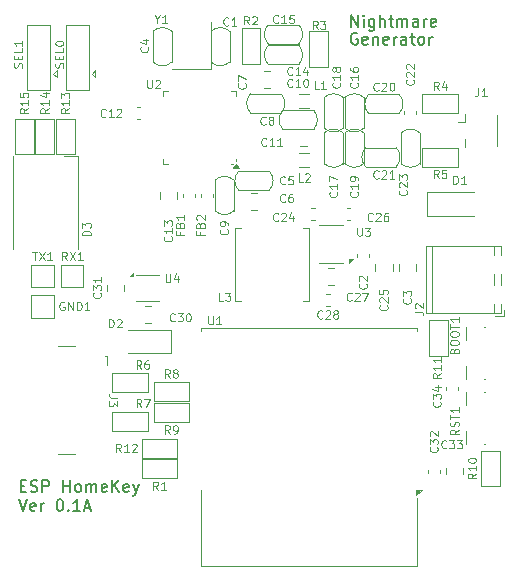
<source format=gbr>
%TF.GenerationSoftware,KiCad,Pcbnew,8.0.3*%
%TF.CreationDate,2024-08-19T09:40:13+02:00*%
%TF.ProjectId,Homekey,486f6d65-6b65-4792-9e6b-696361645f70,rev?*%
%TF.SameCoordinates,Original*%
%TF.FileFunction,Legend,Top*%
%TF.FilePolarity,Positive*%
%FSLAX46Y46*%
G04 Gerber Fmt 4.6, Leading zero omitted, Abs format (unit mm)*
G04 Created by KiCad (PCBNEW 8.0.3) date 2024-08-19 09:40:13*
%MOMM*%
%LPD*%
G01*
G04 APERTURE LIST*
%ADD10C,0.150000*%
%ADD11C,0.110000*%
%ADD12C,0.120000*%
G04 APERTURE END LIST*
D10*
X154236779Y-100836065D02*
X154570112Y-100836065D01*
X154712969Y-101359875D02*
X154236779Y-101359875D01*
X154236779Y-101359875D02*
X154236779Y-100359875D01*
X154236779Y-100359875D02*
X154712969Y-100359875D01*
X155093922Y-101312256D02*
X155236779Y-101359875D01*
X155236779Y-101359875D02*
X155474874Y-101359875D01*
X155474874Y-101359875D02*
X155570112Y-101312256D01*
X155570112Y-101312256D02*
X155617731Y-101264636D01*
X155617731Y-101264636D02*
X155665350Y-101169398D01*
X155665350Y-101169398D02*
X155665350Y-101074160D01*
X155665350Y-101074160D02*
X155617731Y-100978922D01*
X155617731Y-100978922D02*
X155570112Y-100931303D01*
X155570112Y-100931303D02*
X155474874Y-100883684D01*
X155474874Y-100883684D02*
X155284398Y-100836065D01*
X155284398Y-100836065D02*
X155189160Y-100788446D01*
X155189160Y-100788446D02*
X155141541Y-100740827D01*
X155141541Y-100740827D02*
X155093922Y-100645589D01*
X155093922Y-100645589D02*
X155093922Y-100550351D01*
X155093922Y-100550351D02*
X155141541Y-100455113D01*
X155141541Y-100455113D02*
X155189160Y-100407494D01*
X155189160Y-100407494D02*
X155284398Y-100359875D01*
X155284398Y-100359875D02*
X155522493Y-100359875D01*
X155522493Y-100359875D02*
X155665350Y-100407494D01*
X156093922Y-101359875D02*
X156093922Y-100359875D01*
X156093922Y-100359875D02*
X156474874Y-100359875D01*
X156474874Y-100359875D02*
X156570112Y-100407494D01*
X156570112Y-100407494D02*
X156617731Y-100455113D01*
X156617731Y-100455113D02*
X156665350Y-100550351D01*
X156665350Y-100550351D02*
X156665350Y-100693208D01*
X156665350Y-100693208D02*
X156617731Y-100788446D01*
X156617731Y-100788446D02*
X156570112Y-100836065D01*
X156570112Y-100836065D02*
X156474874Y-100883684D01*
X156474874Y-100883684D02*
X156093922Y-100883684D01*
X157855827Y-101359875D02*
X157855827Y-100359875D01*
X157855827Y-100836065D02*
X158427255Y-100836065D01*
X158427255Y-101359875D02*
X158427255Y-100359875D01*
X159046303Y-101359875D02*
X158951065Y-101312256D01*
X158951065Y-101312256D02*
X158903446Y-101264636D01*
X158903446Y-101264636D02*
X158855827Y-101169398D01*
X158855827Y-101169398D02*
X158855827Y-100883684D01*
X158855827Y-100883684D02*
X158903446Y-100788446D01*
X158903446Y-100788446D02*
X158951065Y-100740827D01*
X158951065Y-100740827D02*
X159046303Y-100693208D01*
X159046303Y-100693208D02*
X159189160Y-100693208D01*
X159189160Y-100693208D02*
X159284398Y-100740827D01*
X159284398Y-100740827D02*
X159332017Y-100788446D01*
X159332017Y-100788446D02*
X159379636Y-100883684D01*
X159379636Y-100883684D02*
X159379636Y-101169398D01*
X159379636Y-101169398D02*
X159332017Y-101264636D01*
X159332017Y-101264636D02*
X159284398Y-101312256D01*
X159284398Y-101312256D02*
X159189160Y-101359875D01*
X159189160Y-101359875D02*
X159046303Y-101359875D01*
X159808208Y-101359875D02*
X159808208Y-100693208D01*
X159808208Y-100788446D02*
X159855827Y-100740827D01*
X159855827Y-100740827D02*
X159951065Y-100693208D01*
X159951065Y-100693208D02*
X160093922Y-100693208D01*
X160093922Y-100693208D02*
X160189160Y-100740827D01*
X160189160Y-100740827D02*
X160236779Y-100836065D01*
X160236779Y-100836065D02*
X160236779Y-101359875D01*
X160236779Y-100836065D02*
X160284398Y-100740827D01*
X160284398Y-100740827D02*
X160379636Y-100693208D01*
X160379636Y-100693208D02*
X160522493Y-100693208D01*
X160522493Y-100693208D02*
X160617732Y-100740827D01*
X160617732Y-100740827D02*
X160665351Y-100836065D01*
X160665351Y-100836065D02*
X160665351Y-101359875D01*
X161522493Y-101312256D02*
X161427255Y-101359875D01*
X161427255Y-101359875D02*
X161236779Y-101359875D01*
X161236779Y-101359875D02*
X161141541Y-101312256D01*
X161141541Y-101312256D02*
X161093922Y-101217017D01*
X161093922Y-101217017D02*
X161093922Y-100836065D01*
X161093922Y-100836065D02*
X161141541Y-100740827D01*
X161141541Y-100740827D02*
X161236779Y-100693208D01*
X161236779Y-100693208D02*
X161427255Y-100693208D01*
X161427255Y-100693208D02*
X161522493Y-100740827D01*
X161522493Y-100740827D02*
X161570112Y-100836065D01*
X161570112Y-100836065D02*
X161570112Y-100931303D01*
X161570112Y-100931303D02*
X161093922Y-101026541D01*
X161998684Y-101359875D02*
X161998684Y-100359875D01*
X162570112Y-101359875D02*
X162141541Y-100788446D01*
X162570112Y-100359875D02*
X161998684Y-100931303D01*
X163379636Y-101312256D02*
X163284398Y-101359875D01*
X163284398Y-101359875D02*
X163093922Y-101359875D01*
X163093922Y-101359875D02*
X162998684Y-101312256D01*
X162998684Y-101312256D02*
X162951065Y-101217017D01*
X162951065Y-101217017D02*
X162951065Y-100836065D01*
X162951065Y-100836065D02*
X162998684Y-100740827D01*
X162998684Y-100740827D02*
X163093922Y-100693208D01*
X163093922Y-100693208D02*
X163284398Y-100693208D01*
X163284398Y-100693208D02*
X163379636Y-100740827D01*
X163379636Y-100740827D02*
X163427255Y-100836065D01*
X163427255Y-100836065D02*
X163427255Y-100931303D01*
X163427255Y-100931303D02*
X162951065Y-101026541D01*
X163760589Y-100693208D02*
X163998684Y-101359875D01*
X164236779Y-100693208D02*
X163998684Y-101359875D01*
X163998684Y-101359875D02*
X163903446Y-101597970D01*
X163903446Y-101597970D02*
X163855827Y-101645589D01*
X163855827Y-101645589D02*
X163760589Y-101693208D01*
X154093922Y-101969819D02*
X154427255Y-102969819D01*
X154427255Y-102969819D02*
X154760588Y-101969819D01*
X155474874Y-102922200D02*
X155379636Y-102969819D01*
X155379636Y-102969819D02*
X155189160Y-102969819D01*
X155189160Y-102969819D02*
X155093922Y-102922200D01*
X155093922Y-102922200D02*
X155046303Y-102826961D01*
X155046303Y-102826961D02*
X155046303Y-102446009D01*
X155046303Y-102446009D02*
X155093922Y-102350771D01*
X155093922Y-102350771D02*
X155189160Y-102303152D01*
X155189160Y-102303152D02*
X155379636Y-102303152D01*
X155379636Y-102303152D02*
X155474874Y-102350771D01*
X155474874Y-102350771D02*
X155522493Y-102446009D01*
X155522493Y-102446009D02*
X155522493Y-102541247D01*
X155522493Y-102541247D02*
X155046303Y-102636485D01*
X155951065Y-102969819D02*
X155951065Y-102303152D01*
X155951065Y-102493628D02*
X155998684Y-102398390D01*
X155998684Y-102398390D02*
X156046303Y-102350771D01*
X156046303Y-102350771D02*
X156141541Y-102303152D01*
X156141541Y-102303152D02*
X156236779Y-102303152D01*
X157522494Y-101969819D02*
X157617732Y-101969819D01*
X157617732Y-101969819D02*
X157712970Y-102017438D01*
X157712970Y-102017438D02*
X157760589Y-102065057D01*
X157760589Y-102065057D02*
X157808208Y-102160295D01*
X157808208Y-102160295D02*
X157855827Y-102350771D01*
X157855827Y-102350771D02*
X157855827Y-102588866D01*
X157855827Y-102588866D02*
X157808208Y-102779342D01*
X157808208Y-102779342D02*
X157760589Y-102874580D01*
X157760589Y-102874580D02*
X157712970Y-102922200D01*
X157712970Y-102922200D02*
X157617732Y-102969819D01*
X157617732Y-102969819D02*
X157522494Y-102969819D01*
X157522494Y-102969819D02*
X157427256Y-102922200D01*
X157427256Y-102922200D02*
X157379637Y-102874580D01*
X157379637Y-102874580D02*
X157332018Y-102779342D01*
X157332018Y-102779342D02*
X157284399Y-102588866D01*
X157284399Y-102588866D02*
X157284399Y-102350771D01*
X157284399Y-102350771D02*
X157332018Y-102160295D01*
X157332018Y-102160295D02*
X157379637Y-102065057D01*
X157379637Y-102065057D02*
X157427256Y-102017438D01*
X157427256Y-102017438D02*
X157522494Y-101969819D01*
X158284399Y-102874580D02*
X158332018Y-102922200D01*
X158332018Y-102922200D02*
X158284399Y-102969819D01*
X158284399Y-102969819D02*
X158236780Y-102922200D01*
X158236780Y-102922200D02*
X158284399Y-102874580D01*
X158284399Y-102874580D02*
X158284399Y-102969819D01*
X159284398Y-102969819D02*
X158712970Y-102969819D01*
X158998684Y-102969819D02*
X158998684Y-101969819D01*
X158998684Y-101969819D02*
X158903446Y-102112676D01*
X158903446Y-102112676D02*
X158808208Y-102207914D01*
X158808208Y-102207914D02*
X158712970Y-102255533D01*
X159665351Y-102684104D02*
X160141541Y-102684104D01*
X159570113Y-102969819D02*
X159903446Y-101969819D01*
X159903446Y-101969819D02*
X160236779Y-102969819D01*
X182236779Y-61969819D02*
X182236779Y-60969819D01*
X182236779Y-60969819D02*
X182808207Y-61969819D01*
X182808207Y-61969819D02*
X182808207Y-60969819D01*
X183284398Y-61969819D02*
X183284398Y-61303152D01*
X183284398Y-60969819D02*
X183236779Y-61017438D01*
X183236779Y-61017438D02*
X183284398Y-61065057D01*
X183284398Y-61065057D02*
X183332017Y-61017438D01*
X183332017Y-61017438D02*
X183284398Y-60969819D01*
X183284398Y-60969819D02*
X183284398Y-61065057D01*
X184189159Y-61303152D02*
X184189159Y-62112676D01*
X184189159Y-62112676D02*
X184141540Y-62207914D01*
X184141540Y-62207914D02*
X184093921Y-62255533D01*
X184093921Y-62255533D02*
X183998683Y-62303152D01*
X183998683Y-62303152D02*
X183855826Y-62303152D01*
X183855826Y-62303152D02*
X183760588Y-62255533D01*
X184189159Y-61922200D02*
X184093921Y-61969819D01*
X184093921Y-61969819D02*
X183903445Y-61969819D01*
X183903445Y-61969819D02*
X183808207Y-61922200D01*
X183808207Y-61922200D02*
X183760588Y-61874580D01*
X183760588Y-61874580D02*
X183712969Y-61779342D01*
X183712969Y-61779342D02*
X183712969Y-61493628D01*
X183712969Y-61493628D02*
X183760588Y-61398390D01*
X183760588Y-61398390D02*
X183808207Y-61350771D01*
X183808207Y-61350771D02*
X183903445Y-61303152D01*
X183903445Y-61303152D02*
X184093921Y-61303152D01*
X184093921Y-61303152D02*
X184189159Y-61350771D01*
X184665350Y-61969819D02*
X184665350Y-60969819D01*
X185093921Y-61969819D02*
X185093921Y-61446009D01*
X185093921Y-61446009D02*
X185046302Y-61350771D01*
X185046302Y-61350771D02*
X184951064Y-61303152D01*
X184951064Y-61303152D02*
X184808207Y-61303152D01*
X184808207Y-61303152D02*
X184712969Y-61350771D01*
X184712969Y-61350771D02*
X184665350Y-61398390D01*
X185427255Y-61303152D02*
X185808207Y-61303152D01*
X185570112Y-60969819D02*
X185570112Y-61826961D01*
X185570112Y-61826961D02*
X185617731Y-61922200D01*
X185617731Y-61922200D02*
X185712969Y-61969819D01*
X185712969Y-61969819D02*
X185808207Y-61969819D01*
X186141541Y-61969819D02*
X186141541Y-61303152D01*
X186141541Y-61398390D02*
X186189160Y-61350771D01*
X186189160Y-61350771D02*
X186284398Y-61303152D01*
X186284398Y-61303152D02*
X186427255Y-61303152D01*
X186427255Y-61303152D02*
X186522493Y-61350771D01*
X186522493Y-61350771D02*
X186570112Y-61446009D01*
X186570112Y-61446009D02*
X186570112Y-61969819D01*
X186570112Y-61446009D02*
X186617731Y-61350771D01*
X186617731Y-61350771D02*
X186712969Y-61303152D01*
X186712969Y-61303152D02*
X186855826Y-61303152D01*
X186855826Y-61303152D02*
X186951065Y-61350771D01*
X186951065Y-61350771D02*
X186998684Y-61446009D01*
X186998684Y-61446009D02*
X186998684Y-61969819D01*
X187903445Y-61969819D02*
X187903445Y-61446009D01*
X187903445Y-61446009D02*
X187855826Y-61350771D01*
X187855826Y-61350771D02*
X187760588Y-61303152D01*
X187760588Y-61303152D02*
X187570112Y-61303152D01*
X187570112Y-61303152D02*
X187474874Y-61350771D01*
X187903445Y-61922200D02*
X187808207Y-61969819D01*
X187808207Y-61969819D02*
X187570112Y-61969819D01*
X187570112Y-61969819D02*
X187474874Y-61922200D01*
X187474874Y-61922200D02*
X187427255Y-61826961D01*
X187427255Y-61826961D02*
X187427255Y-61731723D01*
X187427255Y-61731723D02*
X187474874Y-61636485D01*
X187474874Y-61636485D02*
X187570112Y-61588866D01*
X187570112Y-61588866D02*
X187808207Y-61588866D01*
X187808207Y-61588866D02*
X187903445Y-61541247D01*
X188379636Y-61969819D02*
X188379636Y-61303152D01*
X188379636Y-61493628D02*
X188427255Y-61398390D01*
X188427255Y-61398390D02*
X188474874Y-61350771D01*
X188474874Y-61350771D02*
X188570112Y-61303152D01*
X188570112Y-61303152D02*
X188665350Y-61303152D01*
X189379636Y-61922200D02*
X189284398Y-61969819D01*
X189284398Y-61969819D02*
X189093922Y-61969819D01*
X189093922Y-61969819D02*
X188998684Y-61922200D01*
X188998684Y-61922200D02*
X188951065Y-61826961D01*
X188951065Y-61826961D02*
X188951065Y-61446009D01*
X188951065Y-61446009D02*
X188998684Y-61350771D01*
X188998684Y-61350771D02*
X189093922Y-61303152D01*
X189093922Y-61303152D02*
X189284398Y-61303152D01*
X189284398Y-61303152D02*
X189379636Y-61350771D01*
X189379636Y-61350771D02*
X189427255Y-61446009D01*
X189427255Y-61446009D02*
X189427255Y-61541247D01*
X189427255Y-61541247D02*
X188951065Y-61636485D01*
X182760588Y-62517438D02*
X182665350Y-62469819D01*
X182665350Y-62469819D02*
X182522493Y-62469819D01*
X182522493Y-62469819D02*
X182379636Y-62517438D01*
X182379636Y-62517438D02*
X182284398Y-62612676D01*
X182284398Y-62612676D02*
X182236779Y-62707914D01*
X182236779Y-62707914D02*
X182189160Y-62898390D01*
X182189160Y-62898390D02*
X182189160Y-63041247D01*
X182189160Y-63041247D02*
X182236779Y-63231723D01*
X182236779Y-63231723D02*
X182284398Y-63326961D01*
X182284398Y-63326961D02*
X182379636Y-63422200D01*
X182379636Y-63422200D02*
X182522493Y-63469819D01*
X182522493Y-63469819D02*
X182617731Y-63469819D01*
X182617731Y-63469819D02*
X182760588Y-63422200D01*
X182760588Y-63422200D02*
X182808207Y-63374580D01*
X182808207Y-63374580D02*
X182808207Y-63041247D01*
X182808207Y-63041247D02*
X182617731Y-63041247D01*
X183617731Y-63422200D02*
X183522493Y-63469819D01*
X183522493Y-63469819D02*
X183332017Y-63469819D01*
X183332017Y-63469819D02*
X183236779Y-63422200D01*
X183236779Y-63422200D02*
X183189160Y-63326961D01*
X183189160Y-63326961D02*
X183189160Y-62946009D01*
X183189160Y-62946009D02*
X183236779Y-62850771D01*
X183236779Y-62850771D02*
X183332017Y-62803152D01*
X183332017Y-62803152D02*
X183522493Y-62803152D01*
X183522493Y-62803152D02*
X183617731Y-62850771D01*
X183617731Y-62850771D02*
X183665350Y-62946009D01*
X183665350Y-62946009D02*
X183665350Y-63041247D01*
X183665350Y-63041247D02*
X183189160Y-63136485D01*
X184093922Y-62803152D02*
X184093922Y-63469819D01*
X184093922Y-62898390D02*
X184141541Y-62850771D01*
X184141541Y-62850771D02*
X184236779Y-62803152D01*
X184236779Y-62803152D02*
X184379636Y-62803152D01*
X184379636Y-62803152D02*
X184474874Y-62850771D01*
X184474874Y-62850771D02*
X184522493Y-62946009D01*
X184522493Y-62946009D02*
X184522493Y-63469819D01*
X185379636Y-63422200D02*
X185284398Y-63469819D01*
X185284398Y-63469819D02*
X185093922Y-63469819D01*
X185093922Y-63469819D02*
X184998684Y-63422200D01*
X184998684Y-63422200D02*
X184951065Y-63326961D01*
X184951065Y-63326961D02*
X184951065Y-62946009D01*
X184951065Y-62946009D02*
X184998684Y-62850771D01*
X184998684Y-62850771D02*
X185093922Y-62803152D01*
X185093922Y-62803152D02*
X185284398Y-62803152D01*
X185284398Y-62803152D02*
X185379636Y-62850771D01*
X185379636Y-62850771D02*
X185427255Y-62946009D01*
X185427255Y-62946009D02*
X185427255Y-63041247D01*
X185427255Y-63041247D02*
X184951065Y-63136485D01*
X185855827Y-63469819D02*
X185855827Y-62803152D01*
X185855827Y-62993628D02*
X185903446Y-62898390D01*
X185903446Y-62898390D02*
X185951065Y-62850771D01*
X185951065Y-62850771D02*
X186046303Y-62803152D01*
X186046303Y-62803152D02*
X186141541Y-62803152D01*
X186903446Y-63469819D02*
X186903446Y-62946009D01*
X186903446Y-62946009D02*
X186855827Y-62850771D01*
X186855827Y-62850771D02*
X186760589Y-62803152D01*
X186760589Y-62803152D02*
X186570113Y-62803152D01*
X186570113Y-62803152D02*
X186474875Y-62850771D01*
X186903446Y-63422200D02*
X186808208Y-63469819D01*
X186808208Y-63469819D02*
X186570113Y-63469819D01*
X186570113Y-63469819D02*
X186474875Y-63422200D01*
X186474875Y-63422200D02*
X186427256Y-63326961D01*
X186427256Y-63326961D02*
X186427256Y-63231723D01*
X186427256Y-63231723D02*
X186474875Y-63136485D01*
X186474875Y-63136485D02*
X186570113Y-63088866D01*
X186570113Y-63088866D02*
X186808208Y-63088866D01*
X186808208Y-63088866D02*
X186903446Y-63041247D01*
X187236780Y-62803152D02*
X187617732Y-62803152D01*
X187379637Y-62469819D02*
X187379637Y-63326961D01*
X187379637Y-63326961D02*
X187427256Y-63422200D01*
X187427256Y-63422200D02*
X187522494Y-63469819D01*
X187522494Y-63469819D02*
X187617732Y-63469819D01*
X188093923Y-63469819D02*
X187998685Y-63422200D01*
X187998685Y-63422200D02*
X187951066Y-63374580D01*
X187951066Y-63374580D02*
X187903447Y-63279342D01*
X187903447Y-63279342D02*
X187903447Y-62993628D01*
X187903447Y-62993628D02*
X187951066Y-62898390D01*
X187951066Y-62898390D02*
X187998685Y-62850771D01*
X187998685Y-62850771D02*
X188093923Y-62803152D01*
X188093923Y-62803152D02*
X188236780Y-62803152D01*
X188236780Y-62803152D02*
X188332018Y-62850771D01*
X188332018Y-62850771D02*
X188379637Y-62898390D01*
X188379637Y-62898390D02*
X188427256Y-62993628D01*
X188427256Y-62993628D02*
X188427256Y-63279342D01*
X188427256Y-63279342D02*
X188379637Y-63374580D01*
X188379637Y-63374580D02*
X188332018Y-63422200D01*
X188332018Y-63422200D02*
X188236780Y-63469819D01*
X188236780Y-63469819D02*
X188093923Y-63469819D01*
X188855828Y-63469819D02*
X188855828Y-62803152D01*
X188855828Y-62993628D02*
X188903447Y-62898390D01*
X188903447Y-62898390D02*
X188951066Y-62850771D01*
X188951066Y-62850771D02*
X189046304Y-62803152D01*
X189046304Y-62803152D02*
X189141542Y-62803152D01*
D11*
X166883333Y-96418113D02*
X166650000Y-96084780D01*
X166483333Y-96418113D02*
X166483333Y-95718113D01*
X166483333Y-95718113D02*
X166750000Y-95718113D01*
X166750000Y-95718113D02*
X166816667Y-95751446D01*
X166816667Y-95751446D02*
X166850000Y-95784780D01*
X166850000Y-95784780D02*
X166883333Y-95851446D01*
X166883333Y-95851446D02*
X166883333Y-95951446D01*
X166883333Y-95951446D02*
X166850000Y-96018113D01*
X166850000Y-96018113D02*
X166816667Y-96051446D01*
X166816667Y-96051446D02*
X166750000Y-96084780D01*
X166750000Y-96084780D02*
X166483333Y-96084780D01*
X167216667Y-96418113D02*
X167350000Y-96418113D01*
X167350000Y-96418113D02*
X167416667Y-96384780D01*
X167416667Y-96384780D02*
X167450000Y-96351446D01*
X167450000Y-96351446D02*
X167516667Y-96251446D01*
X167516667Y-96251446D02*
X167550000Y-96118113D01*
X167550000Y-96118113D02*
X167550000Y-95851446D01*
X167550000Y-95851446D02*
X167516667Y-95784780D01*
X167516667Y-95784780D02*
X167483333Y-95751446D01*
X167483333Y-95751446D02*
X167416667Y-95718113D01*
X167416667Y-95718113D02*
X167283333Y-95718113D01*
X167283333Y-95718113D02*
X167216667Y-95751446D01*
X167216667Y-95751446D02*
X167183333Y-95784780D01*
X167183333Y-95784780D02*
X167150000Y-95851446D01*
X167150000Y-95851446D02*
X167150000Y-96018113D01*
X167150000Y-96018113D02*
X167183333Y-96084780D01*
X167183333Y-96084780D02*
X167216667Y-96118113D01*
X167216667Y-96118113D02*
X167283333Y-96151446D01*
X167283333Y-96151446D02*
X167416667Y-96151446D01*
X167416667Y-96151446D02*
X167483333Y-96118113D01*
X167483333Y-96118113D02*
X167516667Y-96084780D01*
X167516667Y-96084780D02*
X167550000Y-96018113D01*
X187501446Y-66450000D02*
X187534780Y-66483333D01*
X187534780Y-66483333D02*
X187568113Y-66583333D01*
X187568113Y-66583333D02*
X187568113Y-66650000D01*
X187568113Y-66650000D02*
X187534780Y-66750000D01*
X187534780Y-66750000D02*
X187468113Y-66816667D01*
X187468113Y-66816667D02*
X187401446Y-66850000D01*
X187401446Y-66850000D02*
X187268113Y-66883333D01*
X187268113Y-66883333D02*
X187168113Y-66883333D01*
X187168113Y-66883333D02*
X187034780Y-66850000D01*
X187034780Y-66850000D02*
X186968113Y-66816667D01*
X186968113Y-66816667D02*
X186901446Y-66750000D01*
X186901446Y-66750000D02*
X186868113Y-66650000D01*
X186868113Y-66650000D02*
X186868113Y-66583333D01*
X186868113Y-66583333D02*
X186901446Y-66483333D01*
X186901446Y-66483333D02*
X186934780Y-66450000D01*
X186934780Y-66183333D02*
X186901446Y-66150000D01*
X186901446Y-66150000D02*
X186868113Y-66083333D01*
X186868113Y-66083333D02*
X186868113Y-65916667D01*
X186868113Y-65916667D02*
X186901446Y-65850000D01*
X186901446Y-65850000D02*
X186934780Y-65816667D01*
X186934780Y-65816667D02*
X187001446Y-65783333D01*
X187001446Y-65783333D02*
X187068113Y-65783333D01*
X187068113Y-65783333D02*
X187168113Y-65816667D01*
X187168113Y-65816667D02*
X187568113Y-66216667D01*
X187568113Y-66216667D02*
X187568113Y-65783333D01*
X186934780Y-65516666D02*
X186901446Y-65483333D01*
X186901446Y-65483333D02*
X186868113Y-65416666D01*
X186868113Y-65416666D02*
X186868113Y-65250000D01*
X186868113Y-65250000D02*
X186901446Y-65183333D01*
X186901446Y-65183333D02*
X186934780Y-65150000D01*
X186934780Y-65150000D02*
X187001446Y-65116666D01*
X187001446Y-65116666D02*
X187068113Y-65116666D01*
X187068113Y-65116666D02*
X187168113Y-65150000D01*
X187168113Y-65150000D02*
X187568113Y-65550000D01*
X187568113Y-65550000D02*
X187568113Y-65116666D01*
X157933333Y-85301446D02*
X157866666Y-85268113D01*
X157866666Y-85268113D02*
X157766666Y-85268113D01*
X157766666Y-85268113D02*
X157666666Y-85301446D01*
X157666666Y-85301446D02*
X157600000Y-85368113D01*
X157600000Y-85368113D02*
X157566666Y-85434780D01*
X157566666Y-85434780D02*
X157533333Y-85568113D01*
X157533333Y-85568113D02*
X157533333Y-85668113D01*
X157533333Y-85668113D02*
X157566666Y-85801446D01*
X157566666Y-85801446D02*
X157600000Y-85868113D01*
X157600000Y-85868113D02*
X157666666Y-85934780D01*
X157666666Y-85934780D02*
X157766666Y-85968113D01*
X157766666Y-85968113D02*
X157833333Y-85968113D01*
X157833333Y-85968113D02*
X157933333Y-85934780D01*
X157933333Y-85934780D02*
X157966666Y-85901446D01*
X157966666Y-85901446D02*
X157966666Y-85668113D01*
X157966666Y-85668113D02*
X157833333Y-85668113D01*
X158266666Y-85968113D02*
X158266666Y-85268113D01*
X158266666Y-85268113D02*
X158666666Y-85968113D01*
X158666666Y-85968113D02*
X158666666Y-85268113D01*
X158999999Y-85968113D02*
X158999999Y-85268113D01*
X158999999Y-85268113D02*
X159166666Y-85268113D01*
X159166666Y-85268113D02*
X159266666Y-85301446D01*
X159266666Y-85301446D02*
X159333333Y-85368113D01*
X159333333Y-85368113D02*
X159366666Y-85434780D01*
X159366666Y-85434780D02*
X159399999Y-85568113D01*
X159399999Y-85568113D02*
X159399999Y-85668113D01*
X159399999Y-85668113D02*
X159366666Y-85801446D01*
X159366666Y-85801446D02*
X159333333Y-85868113D01*
X159333333Y-85868113D02*
X159266666Y-85934780D01*
X159266666Y-85934780D02*
X159166666Y-85968113D01*
X159166666Y-85968113D02*
X158999999Y-85968113D01*
X160066666Y-85968113D02*
X159666666Y-85968113D01*
X159866666Y-85968113D02*
X159866666Y-85268113D01*
X159866666Y-85268113D02*
X159799999Y-85368113D01*
X159799999Y-85368113D02*
X159733333Y-85434780D01*
X159733333Y-85434780D02*
X159666666Y-85468113D01*
X167299999Y-86851446D02*
X167266666Y-86884780D01*
X167266666Y-86884780D02*
X167166666Y-86918113D01*
X167166666Y-86918113D02*
X167099999Y-86918113D01*
X167099999Y-86918113D02*
X166999999Y-86884780D01*
X166999999Y-86884780D02*
X166933333Y-86818113D01*
X166933333Y-86818113D02*
X166899999Y-86751446D01*
X166899999Y-86751446D02*
X166866666Y-86618113D01*
X166866666Y-86618113D02*
X166866666Y-86518113D01*
X166866666Y-86518113D02*
X166899999Y-86384780D01*
X166899999Y-86384780D02*
X166933333Y-86318113D01*
X166933333Y-86318113D02*
X166999999Y-86251446D01*
X166999999Y-86251446D02*
X167099999Y-86218113D01*
X167099999Y-86218113D02*
X167166666Y-86218113D01*
X167166666Y-86218113D02*
X167266666Y-86251446D01*
X167266666Y-86251446D02*
X167299999Y-86284780D01*
X167533333Y-86218113D02*
X167966666Y-86218113D01*
X167966666Y-86218113D02*
X167733333Y-86484780D01*
X167733333Y-86484780D02*
X167833333Y-86484780D01*
X167833333Y-86484780D02*
X167899999Y-86518113D01*
X167899999Y-86518113D02*
X167933333Y-86551446D01*
X167933333Y-86551446D02*
X167966666Y-86618113D01*
X167966666Y-86618113D02*
X167966666Y-86784780D01*
X167966666Y-86784780D02*
X167933333Y-86851446D01*
X167933333Y-86851446D02*
X167899999Y-86884780D01*
X167899999Y-86884780D02*
X167833333Y-86918113D01*
X167833333Y-86918113D02*
X167633333Y-86918113D01*
X167633333Y-86918113D02*
X167566666Y-86884780D01*
X167566666Y-86884780D02*
X167533333Y-86851446D01*
X168400000Y-86218113D02*
X168466666Y-86218113D01*
X168466666Y-86218113D02*
X168533333Y-86251446D01*
X168533333Y-86251446D02*
X168566666Y-86284780D01*
X168566666Y-86284780D02*
X168600000Y-86351446D01*
X168600000Y-86351446D02*
X168633333Y-86484780D01*
X168633333Y-86484780D02*
X168633333Y-86651446D01*
X168633333Y-86651446D02*
X168600000Y-86784780D01*
X168600000Y-86784780D02*
X168566666Y-86851446D01*
X168566666Y-86851446D02*
X168533333Y-86884780D01*
X168533333Y-86884780D02*
X168466666Y-86918113D01*
X168466666Y-86918113D02*
X168400000Y-86918113D01*
X168400000Y-86918113D02*
X168333333Y-86884780D01*
X168333333Y-86884780D02*
X168300000Y-86851446D01*
X168300000Y-86851446D02*
X168266666Y-86784780D01*
X168266666Y-86784780D02*
X168233333Y-86651446D01*
X168233333Y-86651446D02*
X168233333Y-86484780D01*
X168233333Y-86484780D02*
X168266666Y-86351446D01*
X168266666Y-86351446D02*
X168300000Y-86284780D01*
X168300000Y-86284780D02*
X168333333Y-86251446D01*
X168333333Y-86251446D02*
X168400000Y-86218113D01*
X164458333Y-90918113D02*
X164225000Y-90584780D01*
X164058333Y-90918113D02*
X164058333Y-90218113D01*
X164058333Y-90218113D02*
X164325000Y-90218113D01*
X164325000Y-90218113D02*
X164391667Y-90251446D01*
X164391667Y-90251446D02*
X164425000Y-90284780D01*
X164425000Y-90284780D02*
X164458333Y-90351446D01*
X164458333Y-90351446D02*
X164458333Y-90451446D01*
X164458333Y-90451446D02*
X164425000Y-90518113D01*
X164425000Y-90518113D02*
X164391667Y-90551446D01*
X164391667Y-90551446D02*
X164325000Y-90584780D01*
X164325000Y-90584780D02*
X164058333Y-90584780D01*
X165058333Y-90218113D02*
X164925000Y-90218113D01*
X164925000Y-90218113D02*
X164858333Y-90251446D01*
X164858333Y-90251446D02*
X164825000Y-90284780D01*
X164825000Y-90284780D02*
X164758333Y-90384780D01*
X164758333Y-90384780D02*
X164725000Y-90518113D01*
X164725000Y-90518113D02*
X164725000Y-90784780D01*
X164725000Y-90784780D02*
X164758333Y-90851446D01*
X164758333Y-90851446D02*
X164791667Y-90884780D01*
X164791667Y-90884780D02*
X164858333Y-90918113D01*
X164858333Y-90918113D02*
X164991667Y-90918113D01*
X164991667Y-90918113D02*
X165058333Y-90884780D01*
X165058333Y-90884780D02*
X165091667Y-90851446D01*
X165091667Y-90851446D02*
X165125000Y-90784780D01*
X165125000Y-90784780D02*
X165125000Y-90618113D01*
X165125000Y-90618113D02*
X165091667Y-90551446D01*
X165091667Y-90551446D02*
X165058333Y-90518113D01*
X165058333Y-90518113D02*
X164991667Y-90484780D01*
X164991667Y-90484780D02*
X164858333Y-90484780D01*
X164858333Y-90484780D02*
X164791667Y-90518113D01*
X164791667Y-90518113D02*
X164758333Y-90551446D01*
X164758333Y-90551446D02*
X164725000Y-90618113D01*
X176049999Y-61601446D02*
X176016666Y-61634780D01*
X176016666Y-61634780D02*
X175916666Y-61668113D01*
X175916666Y-61668113D02*
X175849999Y-61668113D01*
X175849999Y-61668113D02*
X175749999Y-61634780D01*
X175749999Y-61634780D02*
X175683333Y-61568113D01*
X175683333Y-61568113D02*
X175649999Y-61501446D01*
X175649999Y-61501446D02*
X175616666Y-61368113D01*
X175616666Y-61368113D02*
X175616666Y-61268113D01*
X175616666Y-61268113D02*
X175649999Y-61134780D01*
X175649999Y-61134780D02*
X175683333Y-61068113D01*
X175683333Y-61068113D02*
X175749999Y-61001446D01*
X175749999Y-61001446D02*
X175849999Y-60968113D01*
X175849999Y-60968113D02*
X175916666Y-60968113D01*
X175916666Y-60968113D02*
X176016666Y-61001446D01*
X176016666Y-61001446D02*
X176049999Y-61034780D01*
X176716666Y-61668113D02*
X176316666Y-61668113D01*
X176516666Y-61668113D02*
X176516666Y-60968113D01*
X176516666Y-60968113D02*
X176449999Y-61068113D01*
X176449999Y-61068113D02*
X176383333Y-61134780D01*
X176383333Y-61134780D02*
X176316666Y-61168113D01*
X177350000Y-60968113D02*
X177016666Y-60968113D01*
X177016666Y-60968113D02*
X176983333Y-61301446D01*
X176983333Y-61301446D02*
X177016666Y-61268113D01*
X177016666Y-61268113D02*
X177083333Y-61234780D01*
X177083333Y-61234780D02*
X177250000Y-61234780D01*
X177250000Y-61234780D02*
X177316666Y-61268113D01*
X177316666Y-61268113D02*
X177350000Y-61301446D01*
X177350000Y-61301446D02*
X177383333Y-61368113D01*
X177383333Y-61368113D02*
X177383333Y-61534780D01*
X177383333Y-61534780D02*
X177350000Y-61601446D01*
X177350000Y-61601446D02*
X177316666Y-61634780D01*
X177316666Y-61634780D02*
X177250000Y-61668113D01*
X177250000Y-61668113D02*
X177083333Y-61668113D01*
X177083333Y-61668113D02*
X177016666Y-61634780D01*
X177016666Y-61634780D02*
X176983333Y-61601446D01*
X165001446Y-63666666D02*
X165034780Y-63699999D01*
X165034780Y-63699999D02*
X165068113Y-63799999D01*
X165068113Y-63799999D02*
X165068113Y-63866666D01*
X165068113Y-63866666D02*
X165034780Y-63966666D01*
X165034780Y-63966666D02*
X164968113Y-64033333D01*
X164968113Y-64033333D02*
X164901446Y-64066666D01*
X164901446Y-64066666D02*
X164768113Y-64099999D01*
X164768113Y-64099999D02*
X164668113Y-64099999D01*
X164668113Y-64099999D02*
X164534780Y-64066666D01*
X164534780Y-64066666D02*
X164468113Y-64033333D01*
X164468113Y-64033333D02*
X164401446Y-63966666D01*
X164401446Y-63966666D02*
X164368113Y-63866666D01*
X164368113Y-63866666D02*
X164368113Y-63799999D01*
X164368113Y-63799999D02*
X164401446Y-63699999D01*
X164401446Y-63699999D02*
X164434780Y-63666666D01*
X164601446Y-63066666D02*
X165068113Y-63066666D01*
X164334780Y-63233333D02*
X164834780Y-63399999D01*
X164834780Y-63399999D02*
X164834780Y-62966666D01*
X182741666Y-78968113D02*
X182741666Y-79534780D01*
X182741666Y-79534780D02*
X182775000Y-79601446D01*
X182775000Y-79601446D02*
X182808333Y-79634780D01*
X182808333Y-79634780D02*
X182875000Y-79668113D01*
X182875000Y-79668113D02*
X183008333Y-79668113D01*
X183008333Y-79668113D02*
X183075000Y-79634780D01*
X183075000Y-79634780D02*
X183108333Y-79601446D01*
X183108333Y-79601446D02*
X183141666Y-79534780D01*
X183141666Y-79534780D02*
X183141666Y-78968113D01*
X183408333Y-78968113D02*
X183841666Y-78968113D01*
X183841666Y-78968113D02*
X183608333Y-79234780D01*
X183608333Y-79234780D02*
X183708333Y-79234780D01*
X183708333Y-79234780D02*
X183774999Y-79268113D01*
X183774999Y-79268113D02*
X183808333Y-79301446D01*
X183808333Y-79301446D02*
X183841666Y-79368113D01*
X183841666Y-79368113D02*
X183841666Y-79534780D01*
X183841666Y-79534780D02*
X183808333Y-79601446D01*
X183808333Y-79601446D02*
X183774999Y-79634780D01*
X183774999Y-79634780D02*
X183708333Y-79668113D01*
X183708333Y-79668113D02*
X183508333Y-79668113D01*
X183508333Y-79668113D02*
X183441666Y-79634780D01*
X183441666Y-79634780D02*
X183408333Y-79601446D01*
X167001446Y-79700000D02*
X167034780Y-79733333D01*
X167034780Y-79733333D02*
X167068113Y-79833333D01*
X167068113Y-79833333D02*
X167068113Y-79900000D01*
X167068113Y-79900000D02*
X167034780Y-80000000D01*
X167034780Y-80000000D02*
X166968113Y-80066667D01*
X166968113Y-80066667D02*
X166901446Y-80100000D01*
X166901446Y-80100000D02*
X166768113Y-80133333D01*
X166768113Y-80133333D02*
X166668113Y-80133333D01*
X166668113Y-80133333D02*
X166534780Y-80100000D01*
X166534780Y-80100000D02*
X166468113Y-80066667D01*
X166468113Y-80066667D02*
X166401446Y-80000000D01*
X166401446Y-80000000D02*
X166368113Y-79900000D01*
X166368113Y-79900000D02*
X166368113Y-79833333D01*
X166368113Y-79833333D02*
X166401446Y-79733333D01*
X166401446Y-79733333D02*
X166434780Y-79700000D01*
X167068113Y-79033333D02*
X167068113Y-79433333D01*
X167068113Y-79233333D02*
X166368113Y-79233333D01*
X166368113Y-79233333D02*
X166468113Y-79300000D01*
X166468113Y-79300000D02*
X166534780Y-79366667D01*
X166534780Y-79366667D02*
X166568113Y-79433333D01*
X166368113Y-78800000D02*
X166368113Y-78366666D01*
X166368113Y-78366666D02*
X166634780Y-78600000D01*
X166634780Y-78600000D02*
X166634780Y-78500000D01*
X166634780Y-78500000D02*
X166668113Y-78433333D01*
X166668113Y-78433333D02*
X166701446Y-78400000D01*
X166701446Y-78400000D02*
X166768113Y-78366666D01*
X166768113Y-78366666D02*
X166934780Y-78366666D01*
X166934780Y-78366666D02*
X167001446Y-78400000D01*
X167001446Y-78400000D02*
X167034780Y-78433333D01*
X167034780Y-78433333D02*
X167068113Y-78500000D01*
X167068113Y-78500000D02*
X167068113Y-78700000D01*
X167068113Y-78700000D02*
X167034780Y-78766666D01*
X167034780Y-78766666D02*
X167001446Y-78800000D01*
X189501446Y-97550000D02*
X189534780Y-97583333D01*
X189534780Y-97583333D02*
X189568113Y-97683333D01*
X189568113Y-97683333D02*
X189568113Y-97750000D01*
X189568113Y-97750000D02*
X189534780Y-97850000D01*
X189534780Y-97850000D02*
X189468113Y-97916667D01*
X189468113Y-97916667D02*
X189401446Y-97950000D01*
X189401446Y-97950000D02*
X189268113Y-97983333D01*
X189268113Y-97983333D02*
X189168113Y-97983333D01*
X189168113Y-97983333D02*
X189034780Y-97950000D01*
X189034780Y-97950000D02*
X188968113Y-97916667D01*
X188968113Y-97916667D02*
X188901446Y-97850000D01*
X188901446Y-97850000D02*
X188868113Y-97750000D01*
X188868113Y-97750000D02*
X188868113Y-97683333D01*
X188868113Y-97683333D02*
X188901446Y-97583333D01*
X188901446Y-97583333D02*
X188934780Y-97550000D01*
X188868113Y-97316667D02*
X188868113Y-96883333D01*
X188868113Y-96883333D02*
X189134780Y-97116667D01*
X189134780Y-97116667D02*
X189134780Y-97016667D01*
X189134780Y-97016667D02*
X189168113Y-96950000D01*
X189168113Y-96950000D02*
X189201446Y-96916667D01*
X189201446Y-96916667D02*
X189268113Y-96883333D01*
X189268113Y-96883333D02*
X189434780Y-96883333D01*
X189434780Y-96883333D02*
X189501446Y-96916667D01*
X189501446Y-96916667D02*
X189534780Y-96950000D01*
X189534780Y-96950000D02*
X189568113Y-97016667D01*
X189568113Y-97016667D02*
X189568113Y-97216667D01*
X189568113Y-97216667D02*
X189534780Y-97283333D01*
X189534780Y-97283333D02*
X189501446Y-97316667D01*
X188934780Y-96616666D02*
X188901446Y-96583333D01*
X188901446Y-96583333D02*
X188868113Y-96516666D01*
X188868113Y-96516666D02*
X188868113Y-96350000D01*
X188868113Y-96350000D02*
X188901446Y-96283333D01*
X188901446Y-96283333D02*
X188934780Y-96250000D01*
X188934780Y-96250000D02*
X189001446Y-96216666D01*
X189001446Y-96216666D02*
X189068113Y-96216666D01*
X189068113Y-96216666D02*
X189168113Y-96250000D01*
X189168113Y-96250000D02*
X189568113Y-96650000D01*
X189568113Y-96650000D02*
X189568113Y-96216666D01*
X167701446Y-79333333D02*
X167701446Y-79566666D01*
X168068113Y-79566666D02*
X167368113Y-79566666D01*
X167368113Y-79566666D02*
X167368113Y-79233333D01*
X167701446Y-78733333D02*
X167734780Y-78633333D01*
X167734780Y-78633333D02*
X167768113Y-78599999D01*
X167768113Y-78599999D02*
X167834780Y-78566666D01*
X167834780Y-78566666D02*
X167934780Y-78566666D01*
X167934780Y-78566666D02*
X168001446Y-78599999D01*
X168001446Y-78599999D02*
X168034780Y-78633333D01*
X168034780Y-78633333D02*
X168068113Y-78699999D01*
X168068113Y-78699999D02*
X168068113Y-78966666D01*
X168068113Y-78966666D02*
X167368113Y-78966666D01*
X167368113Y-78966666D02*
X167368113Y-78733333D01*
X167368113Y-78733333D02*
X167401446Y-78666666D01*
X167401446Y-78666666D02*
X167434780Y-78633333D01*
X167434780Y-78633333D02*
X167501446Y-78599999D01*
X167501446Y-78599999D02*
X167568113Y-78599999D01*
X167568113Y-78599999D02*
X167634780Y-78633333D01*
X167634780Y-78633333D02*
X167668113Y-78666666D01*
X167668113Y-78666666D02*
X167701446Y-78733333D01*
X167701446Y-78733333D02*
X167701446Y-78966666D01*
X168068113Y-77899999D02*
X168068113Y-78299999D01*
X168068113Y-78099999D02*
X167368113Y-78099999D01*
X167368113Y-78099999D02*
X167468113Y-78166666D01*
X167468113Y-78166666D02*
X167534780Y-78233333D01*
X167534780Y-78233333D02*
X167568113Y-78299999D01*
X179483333Y-67268113D02*
X179149999Y-67268113D01*
X179149999Y-67268113D02*
X179149999Y-66568113D01*
X180083333Y-67268113D02*
X179683333Y-67268113D01*
X179883333Y-67268113D02*
X179883333Y-66568113D01*
X179883333Y-66568113D02*
X179816666Y-66668113D01*
X179816666Y-66668113D02*
X179750000Y-66734780D01*
X179750000Y-66734780D02*
X179683333Y-66768113D01*
X171833333Y-61801446D02*
X171800000Y-61834780D01*
X171800000Y-61834780D02*
X171700000Y-61868113D01*
X171700000Y-61868113D02*
X171633333Y-61868113D01*
X171633333Y-61868113D02*
X171533333Y-61834780D01*
X171533333Y-61834780D02*
X171466667Y-61768113D01*
X171466667Y-61768113D02*
X171433333Y-61701446D01*
X171433333Y-61701446D02*
X171400000Y-61568113D01*
X171400000Y-61568113D02*
X171400000Y-61468113D01*
X171400000Y-61468113D02*
X171433333Y-61334780D01*
X171433333Y-61334780D02*
X171466667Y-61268113D01*
X171466667Y-61268113D02*
X171533333Y-61201446D01*
X171533333Y-61201446D02*
X171633333Y-61168113D01*
X171633333Y-61168113D02*
X171700000Y-61168113D01*
X171700000Y-61168113D02*
X171800000Y-61201446D01*
X171800000Y-61201446D02*
X171833333Y-61234780D01*
X172500000Y-61868113D02*
X172100000Y-61868113D01*
X172300000Y-61868113D02*
X172300000Y-61168113D01*
X172300000Y-61168113D02*
X172233333Y-61268113D01*
X172233333Y-61268113D02*
X172166667Y-61334780D01*
X172166667Y-61334780D02*
X172100000Y-61368113D01*
X182274999Y-85101446D02*
X182241666Y-85134780D01*
X182241666Y-85134780D02*
X182141666Y-85168113D01*
X182141666Y-85168113D02*
X182074999Y-85168113D01*
X182074999Y-85168113D02*
X181974999Y-85134780D01*
X181974999Y-85134780D02*
X181908333Y-85068113D01*
X181908333Y-85068113D02*
X181874999Y-85001446D01*
X181874999Y-85001446D02*
X181841666Y-84868113D01*
X181841666Y-84868113D02*
X181841666Y-84768113D01*
X181841666Y-84768113D02*
X181874999Y-84634780D01*
X181874999Y-84634780D02*
X181908333Y-84568113D01*
X181908333Y-84568113D02*
X181974999Y-84501446D01*
X181974999Y-84501446D02*
X182074999Y-84468113D01*
X182074999Y-84468113D02*
X182141666Y-84468113D01*
X182141666Y-84468113D02*
X182241666Y-84501446D01*
X182241666Y-84501446D02*
X182274999Y-84534780D01*
X182541666Y-84534780D02*
X182574999Y-84501446D01*
X182574999Y-84501446D02*
X182641666Y-84468113D01*
X182641666Y-84468113D02*
X182808333Y-84468113D01*
X182808333Y-84468113D02*
X182874999Y-84501446D01*
X182874999Y-84501446D02*
X182908333Y-84534780D01*
X182908333Y-84534780D02*
X182941666Y-84601446D01*
X182941666Y-84601446D02*
X182941666Y-84668113D01*
X182941666Y-84668113D02*
X182908333Y-84768113D01*
X182908333Y-84768113D02*
X182508333Y-85168113D01*
X182508333Y-85168113D02*
X182941666Y-85168113D01*
X183175000Y-84468113D02*
X183641666Y-84468113D01*
X183641666Y-84468113D02*
X183341666Y-85168113D01*
X176049999Y-78351446D02*
X176016666Y-78384780D01*
X176016666Y-78384780D02*
X175916666Y-78418113D01*
X175916666Y-78418113D02*
X175849999Y-78418113D01*
X175849999Y-78418113D02*
X175749999Y-78384780D01*
X175749999Y-78384780D02*
X175683333Y-78318113D01*
X175683333Y-78318113D02*
X175649999Y-78251446D01*
X175649999Y-78251446D02*
X175616666Y-78118113D01*
X175616666Y-78118113D02*
X175616666Y-78018113D01*
X175616666Y-78018113D02*
X175649999Y-77884780D01*
X175649999Y-77884780D02*
X175683333Y-77818113D01*
X175683333Y-77818113D02*
X175749999Y-77751446D01*
X175749999Y-77751446D02*
X175849999Y-77718113D01*
X175849999Y-77718113D02*
X175916666Y-77718113D01*
X175916666Y-77718113D02*
X176016666Y-77751446D01*
X176016666Y-77751446D02*
X176049999Y-77784780D01*
X176316666Y-77784780D02*
X176349999Y-77751446D01*
X176349999Y-77751446D02*
X176416666Y-77718113D01*
X176416666Y-77718113D02*
X176583333Y-77718113D01*
X176583333Y-77718113D02*
X176649999Y-77751446D01*
X176649999Y-77751446D02*
X176683333Y-77784780D01*
X176683333Y-77784780D02*
X176716666Y-77851446D01*
X176716666Y-77851446D02*
X176716666Y-77918113D01*
X176716666Y-77918113D02*
X176683333Y-78018113D01*
X176683333Y-78018113D02*
X176283333Y-78418113D01*
X176283333Y-78418113D02*
X176716666Y-78418113D01*
X177316666Y-77951446D02*
X177316666Y-78418113D01*
X177150000Y-77684780D02*
X176983333Y-78184780D01*
X176983333Y-78184780D02*
X177416666Y-78184780D01*
X184549999Y-74751446D02*
X184516666Y-74784780D01*
X184516666Y-74784780D02*
X184416666Y-74818113D01*
X184416666Y-74818113D02*
X184349999Y-74818113D01*
X184349999Y-74818113D02*
X184249999Y-74784780D01*
X184249999Y-74784780D02*
X184183333Y-74718113D01*
X184183333Y-74718113D02*
X184149999Y-74651446D01*
X184149999Y-74651446D02*
X184116666Y-74518113D01*
X184116666Y-74518113D02*
X184116666Y-74418113D01*
X184116666Y-74418113D02*
X184149999Y-74284780D01*
X184149999Y-74284780D02*
X184183333Y-74218113D01*
X184183333Y-74218113D02*
X184249999Y-74151446D01*
X184249999Y-74151446D02*
X184349999Y-74118113D01*
X184349999Y-74118113D02*
X184416666Y-74118113D01*
X184416666Y-74118113D02*
X184516666Y-74151446D01*
X184516666Y-74151446D02*
X184549999Y-74184780D01*
X184816666Y-74184780D02*
X184849999Y-74151446D01*
X184849999Y-74151446D02*
X184916666Y-74118113D01*
X184916666Y-74118113D02*
X185083333Y-74118113D01*
X185083333Y-74118113D02*
X185149999Y-74151446D01*
X185149999Y-74151446D02*
X185183333Y-74184780D01*
X185183333Y-74184780D02*
X185216666Y-74251446D01*
X185216666Y-74251446D02*
X185216666Y-74318113D01*
X185216666Y-74318113D02*
X185183333Y-74418113D01*
X185183333Y-74418113D02*
X184783333Y-74818113D01*
X184783333Y-74818113D02*
X185216666Y-74818113D01*
X185883333Y-74818113D02*
X185483333Y-74818113D01*
X185683333Y-74818113D02*
X185683333Y-74118113D01*
X185683333Y-74118113D02*
X185616666Y-74218113D01*
X185616666Y-74218113D02*
X185550000Y-74284780D01*
X185550000Y-74284780D02*
X185483333Y-74318113D01*
D12*
X190883333Y-75267593D02*
X190883333Y-74567593D01*
X190883333Y-74567593D02*
X191050000Y-74567593D01*
X191050000Y-74567593D02*
X191150000Y-74600926D01*
X191150000Y-74600926D02*
X191216667Y-74667593D01*
X191216667Y-74667593D02*
X191250000Y-74734260D01*
X191250000Y-74734260D02*
X191283333Y-74867593D01*
X191283333Y-74867593D02*
X191283333Y-74967593D01*
X191283333Y-74967593D02*
X191250000Y-75100926D01*
X191250000Y-75100926D02*
X191216667Y-75167593D01*
X191216667Y-75167593D02*
X191150000Y-75234260D01*
X191150000Y-75234260D02*
X191050000Y-75267593D01*
X191050000Y-75267593D02*
X190883333Y-75267593D01*
X191950000Y-75267593D02*
X191550000Y-75267593D01*
X191750000Y-75267593D02*
X191750000Y-74567593D01*
X191750000Y-74567593D02*
X191683333Y-74667593D01*
X191683333Y-74667593D02*
X191616667Y-74734260D01*
X191616667Y-74734260D02*
X191550000Y-74767593D01*
D11*
X176633333Y-76751446D02*
X176600000Y-76784780D01*
X176600000Y-76784780D02*
X176500000Y-76818113D01*
X176500000Y-76818113D02*
X176433333Y-76818113D01*
X176433333Y-76818113D02*
X176333333Y-76784780D01*
X176333333Y-76784780D02*
X176266667Y-76718113D01*
X176266667Y-76718113D02*
X176233333Y-76651446D01*
X176233333Y-76651446D02*
X176200000Y-76518113D01*
X176200000Y-76518113D02*
X176200000Y-76418113D01*
X176200000Y-76418113D02*
X176233333Y-76284780D01*
X176233333Y-76284780D02*
X176266667Y-76218113D01*
X176266667Y-76218113D02*
X176333333Y-76151446D01*
X176333333Y-76151446D02*
X176433333Y-76118113D01*
X176433333Y-76118113D02*
X176500000Y-76118113D01*
X176500000Y-76118113D02*
X176600000Y-76151446D01*
X176600000Y-76151446D02*
X176633333Y-76184780D01*
X177233333Y-76118113D02*
X177100000Y-76118113D01*
X177100000Y-76118113D02*
X177033333Y-76151446D01*
X177033333Y-76151446D02*
X177000000Y-76184780D01*
X177000000Y-76184780D02*
X176933333Y-76284780D01*
X176933333Y-76284780D02*
X176900000Y-76418113D01*
X176900000Y-76418113D02*
X176900000Y-76684780D01*
X176900000Y-76684780D02*
X176933333Y-76751446D01*
X176933333Y-76751446D02*
X176966667Y-76784780D01*
X176966667Y-76784780D02*
X177033333Y-76818113D01*
X177033333Y-76818113D02*
X177166667Y-76818113D01*
X177166667Y-76818113D02*
X177233333Y-76784780D01*
X177233333Y-76784780D02*
X177266667Y-76751446D01*
X177266667Y-76751446D02*
X177300000Y-76684780D01*
X177300000Y-76684780D02*
X177300000Y-76518113D01*
X177300000Y-76518113D02*
X177266667Y-76451446D01*
X177266667Y-76451446D02*
X177233333Y-76418113D01*
X177233333Y-76418113D02*
X177166667Y-76384780D01*
X177166667Y-76384780D02*
X177033333Y-76384780D01*
X177033333Y-76384780D02*
X176966667Y-76418113D01*
X176966667Y-76418113D02*
X176933333Y-76451446D01*
X176933333Y-76451446D02*
X176900000Y-76518113D01*
X178133333Y-75068113D02*
X177799999Y-75068113D01*
X177799999Y-75068113D02*
X177799999Y-74368113D01*
X178333333Y-74434780D02*
X178366666Y-74401446D01*
X178366666Y-74401446D02*
X178433333Y-74368113D01*
X178433333Y-74368113D02*
X178600000Y-74368113D01*
X178600000Y-74368113D02*
X178666666Y-74401446D01*
X178666666Y-74401446D02*
X178700000Y-74434780D01*
X178700000Y-74434780D02*
X178733333Y-74501446D01*
X178733333Y-74501446D02*
X178733333Y-74568113D01*
X178733333Y-74568113D02*
X178700000Y-74668113D01*
X178700000Y-74668113D02*
X178300000Y-75068113D01*
X178300000Y-75068113D02*
X178733333Y-75068113D01*
X173251446Y-66766666D02*
X173284780Y-66799999D01*
X173284780Y-66799999D02*
X173318113Y-66899999D01*
X173318113Y-66899999D02*
X173318113Y-66966666D01*
X173318113Y-66966666D02*
X173284780Y-67066666D01*
X173284780Y-67066666D02*
X173218113Y-67133333D01*
X173218113Y-67133333D02*
X173151446Y-67166666D01*
X173151446Y-67166666D02*
X173018113Y-67199999D01*
X173018113Y-67199999D02*
X172918113Y-67199999D01*
X172918113Y-67199999D02*
X172784780Y-67166666D01*
X172784780Y-67166666D02*
X172718113Y-67133333D01*
X172718113Y-67133333D02*
X172651446Y-67066666D01*
X172651446Y-67066666D02*
X172618113Y-66966666D01*
X172618113Y-66966666D02*
X172618113Y-66899999D01*
X172618113Y-66899999D02*
X172651446Y-66799999D01*
X172651446Y-66799999D02*
X172684780Y-66766666D01*
X172618113Y-66533333D02*
X172618113Y-66066666D01*
X172618113Y-66066666D02*
X173318113Y-66366666D01*
X173583333Y-61768113D02*
X173350000Y-61434780D01*
X173183333Y-61768113D02*
X173183333Y-61068113D01*
X173183333Y-61068113D02*
X173450000Y-61068113D01*
X173450000Y-61068113D02*
X173516667Y-61101446D01*
X173516667Y-61101446D02*
X173550000Y-61134780D01*
X173550000Y-61134780D02*
X173583333Y-61201446D01*
X173583333Y-61201446D02*
X173583333Y-61301446D01*
X173583333Y-61301446D02*
X173550000Y-61368113D01*
X173550000Y-61368113D02*
X173516667Y-61401446D01*
X173516667Y-61401446D02*
X173450000Y-61434780D01*
X173450000Y-61434780D02*
X173183333Y-61434780D01*
X173850000Y-61134780D02*
X173883333Y-61101446D01*
X173883333Y-61101446D02*
X173950000Y-61068113D01*
X173950000Y-61068113D02*
X174116667Y-61068113D01*
X174116667Y-61068113D02*
X174183333Y-61101446D01*
X174183333Y-61101446D02*
X174216667Y-61134780D01*
X174216667Y-61134780D02*
X174250000Y-61201446D01*
X174250000Y-61201446D02*
X174250000Y-61268113D01*
X174250000Y-61268113D02*
X174216667Y-61368113D01*
X174216667Y-61368113D02*
X173816667Y-61768113D01*
X173816667Y-61768113D02*
X174250000Y-61768113D01*
X164458333Y-94168113D02*
X164225000Y-93834780D01*
X164058333Y-94168113D02*
X164058333Y-93468113D01*
X164058333Y-93468113D02*
X164325000Y-93468113D01*
X164325000Y-93468113D02*
X164391667Y-93501446D01*
X164391667Y-93501446D02*
X164425000Y-93534780D01*
X164425000Y-93534780D02*
X164458333Y-93601446D01*
X164458333Y-93601446D02*
X164458333Y-93701446D01*
X164458333Y-93701446D02*
X164425000Y-93768113D01*
X164425000Y-93768113D02*
X164391667Y-93801446D01*
X164391667Y-93801446D02*
X164325000Y-93834780D01*
X164325000Y-93834780D02*
X164058333Y-93834780D01*
X164691667Y-93468113D02*
X165158333Y-93468113D01*
X165158333Y-93468113D02*
X164858333Y-94168113D01*
X157834780Y-65433333D02*
X157868113Y-65333333D01*
X157868113Y-65333333D02*
X157868113Y-65166667D01*
X157868113Y-65166667D02*
X157834780Y-65100000D01*
X157834780Y-65100000D02*
X157801446Y-65066667D01*
X157801446Y-65066667D02*
X157734780Y-65033333D01*
X157734780Y-65033333D02*
X157668113Y-65033333D01*
X157668113Y-65033333D02*
X157601446Y-65066667D01*
X157601446Y-65066667D02*
X157568113Y-65100000D01*
X157568113Y-65100000D02*
X157534780Y-65166667D01*
X157534780Y-65166667D02*
X157501446Y-65300000D01*
X157501446Y-65300000D02*
X157468113Y-65366667D01*
X157468113Y-65366667D02*
X157434780Y-65400000D01*
X157434780Y-65400000D02*
X157368113Y-65433333D01*
X157368113Y-65433333D02*
X157301446Y-65433333D01*
X157301446Y-65433333D02*
X157234780Y-65400000D01*
X157234780Y-65400000D02*
X157201446Y-65366667D01*
X157201446Y-65366667D02*
X157168113Y-65300000D01*
X157168113Y-65300000D02*
X157168113Y-65133333D01*
X157168113Y-65133333D02*
X157201446Y-65033333D01*
X157501446Y-64733333D02*
X157501446Y-64500000D01*
X157868113Y-64400000D02*
X157868113Y-64733333D01*
X157868113Y-64733333D02*
X157168113Y-64733333D01*
X157168113Y-64733333D02*
X157168113Y-64400000D01*
X157868113Y-63766667D02*
X157868113Y-64100000D01*
X157868113Y-64100000D02*
X157168113Y-64100000D01*
X157168113Y-63400000D02*
X157168113Y-63333333D01*
X157168113Y-63333333D02*
X157201446Y-63266666D01*
X157201446Y-63266666D02*
X157234780Y-63233333D01*
X157234780Y-63233333D02*
X157301446Y-63200000D01*
X157301446Y-63200000D02*
X157434780Y-63166666D01*
X157434780Y-63166666D02*
X157601446Y-63166666D01*
X157601446Y-63166666D02*
X157734780Y-63200000D01*
X157734780Y-63200000D02*
X157801446Y-63233333D01*
X157801446Y-63233333D02*
X157834780Y-63266666D01*
X157834780Y-63266666D02*
X157868113Y-63333333D01*
X157868113Y-63333333D02*
X157868113Y-63400000D01*
X157868113Y-63400000D02*
X157834780Y-63466666D01*
X157834780Y-63466666D02*
X157801446Y-63500000D01*
X157801446Y-63500000D02*
X157734780Y-63533333D01*
X157734780Y-63533333D02*
X157601446Y-63566666D01*
X157601446Y-63566666D02*
X157434780Y-63566666D01*
X157434780Y-63566666D02*
X157301446Y-63533333D01*
X157301446Y-63533333D02*
X157234780Y-63500000D01*
X157234780Y-63500000D02*
X157201446Y-63466666D01*
X157201446Y-63466666D02*
X157168113Y-63400000D01*
X189818113Y-91300000D02*
X189484780Y-91533333D01*
X189818113Y-91700000D02*
X189118113Y-91700000D01*
X189118113Y-91700000D02*
X189118113Y-91433333D01*
X189118113Y-91433333D02*
X189151446Y-91366667D01*
X189151446Y-91366667D02*
X189184780Y-91333333D01*
X189184780Y-91333333D02*
X189251446Y-91300000D01*
X189251446Y-91300000D02*
X189351446Y-91300000D01*
X189351446Y-91300000D02*
X189418113Y-91333333D01*
X189418113Y-91333333D02*
X189451446Y-91366667D01*
X189451446Y-91366667D02*
X189484780Y-91433333D01*
X189484780Y-91433333D02*
X189484780Y-91700000D01*
X189818113Y-90633333D02*
X189818113Y-91033333D01*
X189818113Y-90833333D02*
X189118113Y-90833333D01*
X189118113Y-90833333D02*
X189218113Y-90900000D01*
X189218113Y-90900000D02*
X189284780Y-90966667D01*
X189284780Y-90966667D02*
X189318113Y-91033333D01*
X189818113Y-89966666D02*
X189818113Y-90366666D01*
X189818113Y-90166666D02*
X189118113Y-90166666D01*
X189118113Y-90166666D02*
X189218113Y-90233333D01*
X189218113Y-90233333D02*
X189284780Y-90300000D01*
X189284780Y-90300000D02*
X189318113Y-90366666D01*
X179799999Y-86601446D02*
X179766666Y-86634780D01*
X179766666Y-86634780D02*
X179666666Y-86668113D01*
X179666666Y-86668113D02*
X179599999Y-86668113D01*
X179599999Y-86668113D02*
X179499999Y-86634780D01*
X179499999Y-86634780D02*
X179433333Y-86568113D01*
X179433333Y-86568113D02*
X179399999Y-86501446D01*
X179399999Y-86501446D02*
X179366666Y-86368113D01*
X179366666Y-86368113D02*
X179366666Y-86268113D01*
X179366666Y-86268113D02*
X179399999Y-86134780D01*
X179399999Y-86134780D02*
X179433333Y-86068113D01*
X179433333Y-86068113D02*
X179499999Y-86001446D01*
X179499999Y-86001446D02*
X179599999Y-85968113D01*
X179599999Y-85968113D02*
X179666666Y-85968113D01*
X179666666Y-85968113D02*
X179766666Y-86001446D01*
X179766666Y-86001446D02*
X179799999Y-86034780D01*
X180066666Y-86034780D02*
X180099999Y-86001446D01*
X180099999Y-86001446D02*
X180166666Y-85968113D01*
X180166666Y-85968113D02*
X180333333Y-85968113D01*
X180333333Y-85968113D02*
X180399999Y-86001446D01*
X180399999Y-86001446D02*
X180433333Y-86034780D01*
X180433333Y-86034780D02*
X180466666Y-86101446D01*
X180466666Y-86101446D02*
X180466666Y-86168113D01*
X180466666Y-86168113D02*
X180433333Y-86268113D01*
X180433333Y-86268113D02*
X180033333Y-86668113D01*
X180033333Y-86668113D02*
X180466666Y-86668113D01*
X180866666Y-86268113D02*
X180800000Y-86234780D01*
X180800000Y-86234780D02*
X180766666Y-86201446D01*
X180766666Y-86201446D02*
X180733333Y-86134780D01*
X180733333Y-86134780D02*
X180733333Y-86101446D01*
X180733333Y-86101446D02*
X180766666Y-86034780D01*
X180766666Y-86034780D02*
X180800000Y-86001446D01*
X180800000Y-86001446D02*
X180866666Y-85968113D01*
X180866666Y-85968113D02*
X181000000Y-85968113D01*
X181000000Y-85968113D02*
X181066666Y-86001446D01*
X181066666Y-86001446D02*
X181100000Y-86034780D01*
X181100000Y-86034780D02*
X181133333Y-86101446D01*
X181133333Y-86101446D02*
X181133333Y-86134780D01*
X181133333Y-86134780D02*
X181100000Y-86201446D01*
X181100000Y-86201446D02*
X181066666Y-86234780D01*
X181066666Y-86234780D02*
X181000000Y-86268113D01*
X181000000Y-86268113D02*
X180866666Y-86268113D01*
X180866666Y-86268113D02*
X180800000Y-86301446D01*
X180800000Y-86301446D02*
X180766666Y-86334780D01*
X180766666Y-86334780D02*
X180733333Y-86401446D01*
X180733333Y-86401446D02*
X180733333Y-86534780D01*
X180733333Y-86534780D02*
X180766666Y-86601446D01*
X180766666Y-86601446D02*
X180800000Y-86634780D01*
X180800000Y-86634780D02*
X180866666Y-86668113D01*
X180866666Y-86668113D02*
X181000000Y-86668113D01*
X181000000Y-86668113D02*
X181066666Y-86634780D01*
X181066666Y-86634780D02*
X181100000Y-86601446D01*
X181100000Y-86601446D02*
X181133333Y-86534780D01*
X181133333Y-86534780D02*
X181133333Y-86401446D01*
X181133333Y-86401446D02*
X181100000Y-86334780D01*
X181100000Y-86334780D02*
X181066666Y-86301446D01*
X181066666Y-86301446D02*
X181000000Y-86268113D01*
X181001446Y-75950000D02*
X181034780Y-75983333D01*
X181034780Y-75983333D02*
X181068113Y-76083333D01*
X181068113Y-76083333D02*
X181068113Y-76150000D01*
X181068113Y-76150000D02*
X181034780Y-76250000D01*
X181034780Y-76250000D02*
X180968113Y-76316667D01*
X180968113Y-76316667D02*
X180901446Y-76350000D01*
X180901446Y-76350000D02*
X180768113Y-76383333D01*
X180768113Y-76383333D02*
X180668113Y-76383333D01*
X180668113Y-76383333D02*
X180534780Y-76350000D01*
X180534780Y-76350000D02*
X180468113Y-76316667D01*
X180468113Y-76316667D02*
X180401446Y-76250000D01*
X180401446Y-76250000D02*
X180368113Y-76150000D01*
X180368113Y-76150000D02*
X180368113Y-76083333D01*
X180368113Y-76083333D02*
X180401446Y-75983333D01*
X180401446Y-75983333D02*
X180434780Y-75950000D01*
X181068113Y-75283333D02*
X181068113Y-75683333D01*
X181068113Y-75483333D02*
X180368113Y-75483333D01*
X180368113Y-75483333D02*
X180468113Y-75550000D01*
X180468113Y-75550000D02*
X180534780Y-75616667D01*
X180534780Y-75616667D02*
X180568113Y-75683333D01*
X180368113Y-75050000D02*
X180368113Y-74583333D01*
X180368113Y-74583333D02*
X181068113Y-74883333D01*
X191318113Y-96066666D02*
X190984780Y-96299999D01*
X191318113Y-96466666D02*
X190618113Y-96466666D01*
X190618113Y-96466666D02*
X190618113Y-96199999D01*
X190618113Y-96199999D02*
X190651446Y-96133333D01*
X190651446Y-96133333D02*
X190684780Y-96099999D01*
X190684780Y-96099999D02*
X190751446Y-96066666D01*
X190751446Y-96066666D02*
X190851446Y-96066666D01*
X190851446Y-96066666D02*
X190918113Y-96099999D01*
X190918113Y-96099999D02*
X190951446Y-96133333D01*
X190951446Y-96133333D02*
X190984780Y-96199999D01*
X190984780Y-96199999D02*
X190984780Y-96466666D01*
X191284780Y-95799999D02*
X191318113Y-95699999D01*
X191318113Y-95699999D02*
X191318113Y-95533333D01*
X191318113Y-95533333D02*
X191284780Y-95466666D01*
X191284780Y-95466666D02*
X191251446Y-95433333D01*
X191251446Y-95433333D02*
X191184780Y-95399999D01*
X191184780Y-95399999D02*
X191118113Y-95399999D01*
X191118113Y-95399999D02*
X191051446Y-95433333D01*
X191051446Y-95433333D02*
X191018113Y-95466666D01*
X191018113Y-95466666D02*
X190984780Y-95533333D01*
X190984780Y-95533333D02*
X190951446Y-95666666D01*
X190951446Y-95666666D02*
X190918113Y-95733333D01*
X190918113Y-95733333D02*
X190884780Y-95766666D01*
X190884780Y-95766666D02*
X190818113Y-95799999D01*
X190818113Y-95799999D02*
X190751446Y-95799999D01*
X190751446Y-95799999D02*
X190684780Y-95766666D01*
X190684780Y-95766666D02*
X190651446Y-95733333D01*
X190651446Y-95733333D02*
X190618113Y-95666666D01*
X190618113Y-95666666D02*
X190618113Y-95499999D01*
X190618113Y-95499999D02*
X190651446Y-95399999D01*
X190618113Y-95199999D02*
X190618113Y-94799999D01*
X191318113Y-94999999D02*
X190618113Y-94999999D01*
X191318113Y-94199999D02*
X191318113Y-94599999D01*
X191318113Y-94399999D02*
X190618113Y-94399999D01*
X190618113Y-94399999D02*
X190718113Y-94466666D01*
X190718113Y-94466666D02*
X190784780Y-94533333D01*
X190784780Y-94533333D02*
X190818113Y-94599999D01*
X182751446Y-75950000D02*
X182784780Y-75983333D01*
X182784780Y-75983333D02*
X182818113Y-76083333D01*
X182818113Y-76083333D02*
X182818113Y-76150000D01*
X182818113Y-76150000D02*
X182784780Y-76250000D01*
X182784780Y-76250000D02*
X182718113Y-76316667D01*
X182718113Y-76316667D02*
X182651446Y-76350000D01*
X182651446Y-76350000D02*
X182518113Y-76383333D01*
X182518113Y-76383333D02*
X182418113Y-76383333D01*
X182418113Y-76383333D02*
X182284780Y-76350000D01*
X182284780Y-76350000D02*
X182218113Y-76316667D01*
X182218113Y-76316667D02*
X182151446Y-76250000D01*
X182151446Y-76250000D02*
X182118113Y-76150000D01*
X182118113Y-76150000D02*
X182118113Y-76083333D01*
X182118113Y-76083333D02*
X182151446Y-75983333D01*
X182151446Y-75983333D02*
X182184780Y-75950000D01*
X182818113Y-75283333D02*
X182818113Y-75683333D01*
X182818113Y-75483333D02*
X182118113Y-75483333D01*
X182118113Y-75483333D02*
X182218113Y-75550000D01*
X182218113Y-75550000D02*
X182284780Y-75616667D01*
X182284780Y-75616667D02*
X182318113Y-75683333D01*
X182818113Y-74950000D02*
X182818113Y-74816666D01*
X182818113Y-74816666D02*
X182784780Y-74750000D01*
X182784780Y-74750000D02*
X182751446Y-74716666D01*
X182751446Y-74716666D02*
X182651446Y-74650000D01*
X182651446Y-74650000D02*
X182518113Y-74616666D01*
X182518113Y-74616666D02*
X182251446Y-74616666D01*
X182251446Y-74616666D02*
X182184780Y-74650000D01*
X182184780Y-74650000D02*
X182151446Y-74683333D01*
X182151446Y-74683333D02*
X182118113Y-74750000D01*
X182118113Y-74750000D02*
X182118113Y-74883333D01*
X182118113Y-74883333D02*
X182151446Y-74950000D01*
X182151446Y-74950000D02*
X182184780Y-74983333D01*
X182184780Y-74983333D02*
X182251446Y-75016666D01*
X182251446Y-75016666D02*
X182418113Y-75016666D01*
X182418113Y-75016666D02*
X182484780Y-74983333D01*
X182484780Y-74983333D02*
X182518113Y-74950000D01*
X182518113Y-74950000D02*
X182551446Y-74883333D01*
X182551446Y-74883333D02*
X182551446Y-74750000D01*
X182551446Y-74750000D02*
X182518113Y-74683333D01*
X182518113Y-74683333D02*
X182484780Y-74650000D01*
X182484780Y-74650000D02*
X182418113Y-74616666D01*
X192991666Y-67168113D02*
X192991666Y-67668113D01*
X192991666Y-67668113D02*
X192958333Y-67768113D01*
X192958333Y-67768113D02*
X192891666Y-67834780D01*
X192891666Y-67834780D02*
X192791666Y-67868113D01*
X192791666Y-67868113D02*
X192725000Y-67868113D01*
X193691666Y-67868113D02*
X193291666Y-67868113D01*
X193491666Y-67868113D02*
X193491666Y-67168113D01*
X193491666Y-67168113D02*
X193424999Y-67268113D01*
X193424999Y-67268113D02*
X193358333Y-67334780D01*
X193358333Y-67334780D02*
X193291666Y-67368113D01*
X174983333Y-70201446D02*
X174950000Y-70234780D01*
X174950000Y-70234780D02*
X174850000Y-70268113D01*
X174850000Y-70268113D02*
X174783333Y-70268113D01*
X174783333Y-70268113D02*
X174683333Y-70234780D01*
X174683333Y-70234780D02*
X174616667Y-70168113D01*
X174616667Y-70168113D02*
X174583333Y-70101446D01*
X174583333Y-70101446D02*
X174550000Y-69968113D01*
X174550000Y-69968113D02*
X174550000Y-69868113D01*
X174550000Y-69868113D02*
X174583333Y-69734780D01*
X174583333Y-69734780D02*
X174616667Y-69668113D01*
X174616667Y-69668113D02*
X174683333Y-69601446D01*
X174683333Y-69601446D02*
X174783333Y-69568113D01*
X174783333Y-69568113D02*
X174850000Y-69568113D01*
X174850000Y-69568113D02*
X174950000Y-69601446D01*
X174950000Y-69601446D02*
X174983333Y-69634780D01*
X175383333Y-69868113D02*
X175316667Y-69834780D01*
X175316667Y-69834780D02*
X175283333Y-69801446D01*
X175283333Y-69801446D02*
X175250000Y-69734780D01*
X175250000Y-69734780D02*
X175250000Y-69701446D01*
X175250000Y-69701446D02*
X175283333Y-69634780D01*
X175283333Y-69634780D02*
X175316667Y-69601446D01*
X175316667Y-69601446D02*
X175383333Y-69568113D01*
X175383333Y-69568113D02*
X175516667Y-69568113D01*
X175516667Y-69568113D02*
X175583333Y-69601446D01*
X175583333Y-69601446D02*
X175616667Y-69634780D01*
X175616667Y-69634780D02*
X175650000Y-69701446D01*
X175650000Y-69701446D02*
X175650000Y-69734780D01*
X175650000Y-69734780D02*
X175616667Y-69801446D01*
X175616667Y-69801446D02*
X175583333Y-69834780D01*
X175583333Y-69834780D02*
X175516667Y-69868113D01*
X175516667Y-69868113D02*
X175383333Y-69868113D01*
X175383333Y-69868113D02*
X175316667Y-69901446D01*
X175316667Y-69901446D02*
X175283333Y-69934780D01*
X175283333Y-69934780D02*
X175250000Y-70001446D01*
X175250000Y-70001446D02*
X175250000Y-70134780D01*
X175250000Y-70134780D02*
X175283333Y-70201446D01*
X175283333Y-70201446D02*
X175316667Y-70234780D01*
X175316667Y-70234780D02*
X175383333Y-70268113D01*
X175383333Y-70268113D02*
X175516667Y-70268113D01*
X175516667Y-70268113D02*
X175583333Y-70234780D01*
X175583333Y-70234780D02*
X175616667Y-70201446D01*
X175616667Y-70201446D02*
X175650000Y-70134780D01*
X175650000Y-70134780D02*
X175650000Y-70001446D01*
X175650000Y-70001446D02*
X175616667Y-69934780D01*
X175616667Y-69934780D02*
X175583333Y-69901446D01*
X175583333Y-69901446D02*
X175516667Y-69868113D01*
X164966666Y-66468113D02*
X164966666Y-67034780D01*
X164966666Y-67034780D02*
X165000000Y-67101446D01*
X165000000Y-67101446D02*
X165033333Y-67134780D01*
X165033333Y-67134780D02*
X165100000Y-67168113D01*
X165100000Y-67168113D02*
X165233333Y-67168113D01*
X165233333Y-67168113D02*
X165300000Y-67134780D01*
X165300000Y-67134780D02*
X165333333Y-67101446D01*
X165333333Y-67101446D02*
X165366666Y-67034780D01*
X165366666Y-67034780D02*
X165366666Y-66468113D01*
X165666666Y-66534780D02*
X165699999Y-66501446D01*
X165699999Y-66501446D02*
X165766666Y-66468113D01*
X165766666Y-66468113D02*
X165933333Y-66468113D01*
X165933333Y-66468113D02*
X165999999Y-66501446D01*
X165999999Y-66501446D02*
X166033333Y-66534780D01*
X166033333Y-66534780D02*
X166066666Y-66601446D01*
X166066666Y-66601446D02*
X166066666Y-66668113D01*
X166066666Y-66668113D02*
X166033333Y-66768113D01*
X166033333Y-66768113D02*
X165633333Y-67168113D01*
X165633333Y-67168113D02*
X166066666Y-67168113D01*
X154868113Y-68875000D02*
X154534780Y-69108333D01*
X154868113Y-69275000D02*
X154168113Y-69275000D01*
X154168113Y-69275000D02*
X154168113Y-69008333D01*
X154168113Y-69008333D02*
X154201446Y-68941667D01*
X154201446Y-68941667D02*
X154234780Y-68908333D01*
X154234780Y-68908333D02*
X154301446Y-68875000D01*
X154301446Y-68875000D02*
X154401446Y-68875000D01*
X154401446Y-68875000D02*
X154468113Y-68908333D01*
X154468113Y-68908333D02*
X154501446Y-68941667D01*
X154501446Y-68941667D02*
X154534780Y-69008333D01*
X154534780Y-69008333D02*
X154534780Y-69275000D01*
X154868113Y-68208333D02*
X154868113Y-68608333D01*
X154868113Y-68408333D02*
X154168113Y-68408333D01*
X154168113Y-68408333D02*
X154268113Y-68475000D01*
X154268113Y-68475000D02*
X154334780Y-68541667D01*
X154334780Y-68541667D02*
X154368113Y-68608333D01*
X154168113Y-67575000D02*
X154168113Y-67908333D01*
X154168113Y-67908333D02*
X154501446Y-67941666D01*
X154501446Y-67941666D02*
X154468113Y-67908333D01*
X154468113Y-67908333D02*
X154434780Y-67841666D01*
X154434780Y-67841666D02*
X154434780Y-67675000D01*
X154434780Y-67675000D02*
X154468113Y-67608333D01*
X154468113Y-67608333D02*
X154501446Y-67575000D01*
X154501446Y-67575000D02*
X154568113Y-67541666D01*
X154568113Y-67541666D02*
X154734780Y-67541666D01*
X154734780Y-67541666D02*
X154801446Y-67575000D01*
X154801446Y-67575000D02*
X154834780Y-67608333D01*
X154834780Y-67608333D02*
X154868113Y-67675000D01*
X154868113Y-67675000D02*
X154868113Y-67841666D01*
X154868113Y-67841666D02*
X154834780Y-67908333D01*
X154834780Y-67908333D02*
X154801446Y-67941666D01*
X176633333Y-75251446D02*
X176600000Y-75284780D01*
X176600000Y-75284780D02*
X176500000Y-75318113D01*
X176500000Y-75318113D02*
X176433333Y-75318113D01*
X176433333Y-75318113D02*
X176333333Y-75284780D01*
X176333333Y-75284780D02*
X176266667Y-75218113D01*
X176266667Y-75218113D02*
X176233333Y-75151446D01*
X176233333Y-75151446D02*
X176200000Y-75018113D01*
X176200000Y-75018113D02*
X176200000Y-74918113D01*
X176200000Y-74918113D02*
X176233333Y-74784780D01*
X176233333Y-74784780D02*
X176266667Y-74718113D01*
X176266667Y-74718113D02*
X176333333Y-74651446D01*
X176333333Y-74651446D02*
X176433333Y-74618113D01*
X176433333Y-74618113D02*
X176500000Y-74618113D01*
X176500000Y-74618113D02*
X176600000Y-74651446D01*
X176600000Y-74651446D02*
X176633333Y-74684780D01*
X177266667Y-74618113D02*
X176933333Y-74618113D01*
X176933333Y-74618113D02*
X176900000Y-74951446D01*
X176900000Y-74951446D02*
X176933333Y-74918113D01*
X176933333Y-74918113D02*
X177000000Y-74884780D01*
X177000000Y-74884780D02*
X177166667Y-74884780D01*
X177166667Y-74884780D02*
X177233333Y-74918113D01*
X177233333Y-74918113D02*
X177266667Y-74951446D01*
X177266667Y-74951446D02*
X177300000Y-75018113D01*
X177300000Y-75018113D02*
X177300000Y-75184780D01*
X177300000Y-75184780D02*
X177266667Y-75251446D01*
X177266667Y-75251446D02*
X177233333Y-75284780D01*
X177233333Y-75284780D02*
X177166667Y-75318113D01*
X177166667Y-75318113D02*
X177000000Y-75318113D01*
X177000000Y-75318113D02*
X176933333Y-75284780D01*
X176933333Y-75284780D02*
X176900000Y-75251446D01*
X184049999Y-78351446D02*
X184016666Y-78384780D01*
X184016666Y-78384780D02*
X183916666Y-78418113D01*
X183916666Y-78418113D02*
X183849999Y-78418113D01*
X183849999Y-78418113D02*
X183749999Y-78384780D01*
X183749999Y-78384780D02*
X183683333Y-78318113D01*
X183683333Y-78318113D02*
X183649999Y-78251446D01*
X183649999Y-78251446D02*
X183616666Y-78118113D01*
X183616666Y-78118113D02*
X183616666Y-78018113D01*
X183616666Y-78018113D02*
X183649999Y-77884780D01*
X183649999Y-77884780D02*
X183683333Y-77818113D01*
X183683333Y-77818113D02*
X183749999Y-77751446D01*
X183749999Y-77751446D02*
X183849999Y-77718113D01*
X183849999Y-77718113D02*
X183916666Y-77718113D01*
X183916666Y-77718113D02*
X184016666Y-77751446D01*
X184016666Y-77751446D02*
X184049999Y-77784780D01*
X184316666Y-77784780D02*
X184349999Y-77751446D01*
X184349999Y-77751446D02*
X184416666Y-77718113D01*
X184416666Y-77718113D02*
X184583333Y-77718113D01*
X184583333Y-77718113D02*
X184649999Y-77751446D01*
X184649999Y-77751446D02*
X184683333Y-77784780D01*
X184683333Y-77784780D02*
X184716666Y-77851446D01*
X184716666Y-77851446D02*
X184716666Y-77918113D01*
X184716666Y-77918113D02*
X184683333Y-78018113D01*
X184683333Y-78018113D02*
X184283333Y-78418113D01*
X184283333Y-78418113D02*
X184716666Y-78418113D01*
X185316666Y-77718113D02*
X185183333Y-77718113D01*
X185183333Y-77718113D02*
X185116666Y-77751446D01*
X185116666Y-77751446D02*
X185083333Y-77784780D01*
X185083333Y-77784780D02*
X185016666Y-77884780D01*
X185016666Y-77884780D02*
X184983333Y-78018113D01*
X184983333Y-78018113D02*
X184983333Y-78284780D01*
X184983333Y-78284780D02*
X185016666Y-78351446D01*
X185016666Y-78351446D02*
X185050000Y-78384780D01*
X185050000Y-78384780D02*
X185116666Y-78418113D01*
X185116666Y-78418113D02*
X185250000Y-78418113D01*
X185250000Y-78418113D02*
X185316666Y-78384780D01*
X185316666Y-78384780D02*
X185350000Y-78351446D01*
X185350000Y-78351446D02*
X185383333Y-78284780D01*
X185383333Y-78284780D02*
X185383333Y-78118113D01*
X185383333Y-78118113D02*
X185350000Y-78051446D01*
X185350000Y-78051446D02*
X185316666Y-78018113D01*
X185316666Y-78018113D02*
X185250000Y-77984780D01*
X185250000Y-77984780D02*
X185116666Y-77984780D01*
X185116666Y-77984780D02*
X185050000Y-78018113D01*
X185050000Y-78018113D02*
X185016666Y-78051446D01*
X185016666Y-78051446D02*
X184983333Y-78118113D01*
X161001446Y-84500000D02*
X161034780Y-84533333D01*
X161034780Y-84533333D02*
X161068113Y-84633333D01*
X161068113Y-84633333D02*
X161068113Y-84700000D01*
X161068113Y-84700000D02*
X161034780Y-84800000D01*
X161034780Y-84800000D02*
X160968113Y-84866667D01*
X160968113Y-84866667D02*
X160901446Y-84900000D01*
X160901446Y-84900000D02*
X160768113Y-84933333D01*
X160768113Y-84933333D02*
X160668113Y-84933333D01*
X160668113Y-84933333D02*
X160534780Y-84900000D01*
X160534780Y-84900000D02*
X160468113Y-84866667D01*
X160468113Y-84866667D02*
X160401446Y-84800000D01*
X160401446Y-84800000D02*
X160368113Y-84700000D01*
X160368113Y-84700000D02*
X160368113Y-84633333D01*
X160368113Y-84633333D02*
X160401446Y-84533333D01*
X160401446Y-84533333D02*
X160434780Y-84500000D01*
X160368113Y-84266667D02*
X160368113Y-83833333D01*
X160368113Y-83833333D02*
X160634780Y-84066667D01*
X160634780Y-84066667D02*
X160634780Y-83966667D01*
X160634780Y-83966667D02*
X160668113Y-83900000D01*
X160668113Y-83900000D02*
X160701446Y-83866667D01*
X160701446Y-83866667D02*
X160768113Y-83833333D01*
X160768113Y-83833333D02*
X160934780Y-83833333D01*
X160934780Y-83833333D02*
X161001446Y-83866667D01*
X161001446Y-83866667D02*
X161034780Y-83900000D01*
X161034780Y-83900000D02*
X161068113Y-83966667D01*
X161068113Y-83966667D02*
X161068113Y-84166667D01*
X161068113Y-84166667D02*
X161034780Y-84233333D01*
X161034780Y-84233333D02*
X161001446Y-84266667D01*
X161068113Y-83166666D02*
X161068113Y-83566666D01*
X161068113Y-83366666D02*
X160368113Y-83366666D01*
X160368113Y-83366666D02*
X160468113Y-83433333D01*
X160468113Y-83433333D02*
X160534780Y-83500000D01*
X160534780Y-83500000D02*
X160568113Y-83566666D01*
X171751446Y-79116666D02*
X171784780Y-79149999D01*
X171784780Y-79149999D02*
X171818113Y-79249999D01*
X171818113Y-79249999D02*
X171818113Y-79316666D01*
X171818113Y-79316666D02*
X171784780Y-79416666D01*
X171784780Y-79416666D02*
X171718113Y-79483333D01*
X171718113Y-79483333D02*
X171651446Y-79516666D01*
X171651446Y-79516666D02*
X171518113Y-79549999D01*
X171518113Y-79549999D02*
X171418113Y-79549999D01*
X171418113Y-79549999D02*
X171284780Y-79516666D01*
X171284780Y-79516666D02*
X171218113Y-79483333D01*
X171218113Y-79483333D02*
X171151446Y-79416666D01*
X171151446Y-79416666D02*
X171118113Y-79316666D01*
X171118113Y-79316666D02*
X171118113Y-79249999D01*
X171118113Y-79249999D02*
X171151446Y-79149999D01*
X171151446Y-79149999D02*
X171184780Y-79116666D01*
X171818113Y-78783333D02*
X171818113Y-78649999D01*
X171818113Y-78649999D02*
X171784780Y-78583333D01*
X171784780Y-78583333D02*
X171751446Y-78549999D01*
X171751446Y-78549999D02*
X171651446Y-78483333D01*
X171651446Y-78483333D02*
X171518113Y-78449999D01*
X171518113Y-78449999D02*
X171251446Y-78449999D01*
X171251446Y-78449999D02*
X171184780Y-78483333D01*
X171184780Y-78483333D02*
X171151446Y-78516666D01*
X171151446Y-78516666D02*
X171118113Y-78583333D01*
X171118113Y-78583333D02*
X171118113Y-78716666D01*
X171118113Y-78716666D02*
X171151446Y-78783333D01*
X171151446Y-78783333D02*
X171184780Y-78816666D01*
X171184780Y-78816666D02*
X171251446Y-78849999D01*
X171251446Y-78849999D02*
X171418113Y-78849999D01*
X171418113Y-78849999D02*
X171484780Y-78816666D01*
X171484780Y-78816666D02*
X171518113Y-78783333D01*
X171518113Y-78783333D02*
X171551446Y-78716666D01*
X171551446Y-78716666D02*
X171551446Y-78583333D01*
X171551446Y-78583333D02*
X171518113Y-78516666D01*
X171518113Y-78516666D02*
X171484780Y-78483333D01*
X171484780Y-78483333D02*
X171418113Y-78449999D01*
X175049999Y-72001446D02*
X175016666Y-72034780D01*
X175016666Y-72034780D02*
X174916666Y-72068113D01*
X174916666Y-72068113D02*
X174849999Y-72068113D01*
X174849999Y-72068113D02*
X174749999Y-72034780D01*
X174749999Y-72034780D02*
X174683333Y-71968113D01*
X174683333Y-71968113D02*
X174649999Y-71901446D01*
X174649999Y-71901446D02*
X174616666Y-71768113D01*
X174616666Y-71768113D02*
X174616666Y-71668113D01*
X174616666Y-71668113D02*
X174649999Y-71534780D01*
X174649999Y-71534780D02*
X174683333Y-71468113D01*
X174683333Y-71468113D02*
X174749999Y-71401446D01*
X174749999Y-71401446D02*
X174849999Y-71368113D01*
X174849999Y-71368113D02*
X174916666Y-71368113D01*
X174916666Y-71368113D02*
X175016666Y-71401446D01*
X175016666Y-71401446D02*
X175049999Y-71434780D01*
X175716666Y-72068113D02*
X175316666Y-72068113D01*
X175516666Y-72068113D02*
X175516666Y-71368113D01*
X175516666Y-71368113D02*
X175449999Y-71468113D01*
X175449999Y-71468113D02*
X175383333Y-71534780D01*
X175383333Y-71534780D02*
X175316666Y-71568113D01*
X176383333Y-72068113D02*
X175983333Y-72068113D01*
X176183333Y-72068113D02*
X176183333Y-71368113D01*
X176183333Y-71368113D02*
X176116666Y-71468113D01*
X176116666Y-71468113D02*
X176050000Y-71534780D01*
X176050000Y-71534780D02*
X175983333Y-71568113D01*
X177249999Y-67001446D02*
X177216666Y-67034780D01*
X177216666Y-67034780D02*
X177116666Y-67068113D01*
X177116666Y-67068113D02*
X177049999Y-67068113D01*
X177049999Y-67068113D02*
X176949999Y-67034780D01*
X176949999Y-67034780D02*
X176883333Y-66968113D01*
X176883333Y-66968113D02*
X176849999Y-66901446D01*
X176849999Y-66901446D02*
X176816666Y-66768113D01*
X176816666Y-66768113D02*
X176816666Y-66668113D01*
X176816666Y-66668113D02*
X176849999Y-66534780D01*
X176849999Y-66534780D02*
X176883333Y-66468113D01*
X176883333Y-66468113D02*
X176949999Y-66401446D01*
X176949999Y-66401446D02*
X177049999Y-66368113D01*
X177049999Y-66368113D02*
X177116666Y-66368113D01*
X177116666Y-66368113D02*
X177216666Y-66401446D01*
X177216666Y-66401446D02*
X177249999Y-66434780D01*
X177916666Y-67068113D02*
X177516666Y-67068113D01*
X177716666Y-67068113D02*
X177716666Y-66368113D01*
X177716666Y-66368113D02*
X177649999Y-66468113D01*
X177649999Y-66468113D02*
X177583333Y-66534780D01*
X177583333Y-66534780D02*
X177516666Y-66568113D01*
X178350000Y-66368113D02*
X178416666Y-66368113D01*
X178416666Y-66368113D02*
X178483333Y-66401446D01*
X178483333Y-66401446D02*
X178516666Y-66434780D01*
X178516666Y-66434780D02*
X178550000Y-66501446D01*
X178550000Y-66501446D02*
X178583333Y-66634780D01*
X178583333Y-66634780D02*
X178583333Y-66801446D01*
X178583333Y-66801446D02*
X178550000Y-66934780D01*
X178550000Y-66934780D02*
X178516666Y-67001446D01*
X178516666Y-67001446D02*
X178483333Y-67034780D01*
X178483333Y-67034780D02*
X178416666Y-67068113D01*
X178416666Y-67068113D02*
X178350000Y-67068113D01*
X178350000Y-67068113D02*
X178283333Y-67034780D01*
X178283333Y-67034780D02*
X178250000Y-67001446D01*
X178250000Y-67001446D02*
X178216666Y-66934780D01*
X178216666Y-66934780D02*
X178183333Y-66801446D01*
X178183333Y-66801446D02*
X178183333Y-66634780D01*
X178183333Y-66634780D02*
X178216666Y-66501446D01*
X178216666Y-66501446D02*
X178250000Y-66434780D01*
X178250000Y-66434780D02*
X178283333Y-66401446D01*
X178283333Y-66401446D02*
X178350000Y-66368113D01*
X165883333Y-101168113D02*
X165650000Y-100834780D01*
X165483333Y-101168113D02*
X165483333Y-100468113D01*
X165483333Y-100468113D02*
X165750000Y-100468113D01*
X165750000Y-100468113D02*
X165816667Y-100501446D01*
X165816667Y-100501446D02*
X165850000Y-100534780D01*
X165850000Y-100534780D02*
X165883333Y-100601446D01*
X165883333Y-100601446D02*
X165883333Y-100701446D01*
X165883333Y-100701446D02*
X165850000Y-100768113D01*
X165850000Y-100768113D02*
X165816667Y-100801446D01*
X165816667Y-100801446D02*
X165750000Y-100834780D01*
X165750000Y-100834780D02*
X165483333Y-100834780D01*
X166550000Y-101168113D02*
X166150000Y-101168113D01*
X166350000Y-101168113D02*
X166350000Y-100468113D01*
X166350000Y-100468113D02*
X166283333Y-100568113D01*
X166283333Y-100568113D02*
X166216667Y-100634780D01*
X166216667Y-100634780D02*
X166150000Y-100668113D01*
X189633333Y-74768113D02*
X189400000Y-74434780D01*
X189233333Y-74768113D02*
X189233333Y-74068113D01*
X189233333Y-74068113D02*
X189500000Y-74068113D01*
X189500000Y-74068113D02*
X189566667Y-74101446D01*
X189566667Y-74101446D02*
X189600000Y-74134780D01*
X189600000Y-74134780D02*
X189633333Y-74201446D01*
X189633333Y-74201446D02*
X189633333Y-74301446D01*
X189633333Y-74301446D02*
X189600000Y-74368113D01*
X189600000Y-74368113D02*
X189566667Y-74401446D01*
X189566667Y-74401446D02*
X189500000Y-74434780D01*
X189500000Y-74434780D02*
X189233333Y-74434780D01*
X190266667Y-74068113D02*
X189933333Y-74068113D01*
X189933333Y-74068113D02*
X189900000Y-74401446D01*
X189900000Y-74401446D02*
X189933333Y-74368113D01*
X189933333Y-74368113D02*
X190000000Y-74334780D01*
X190000000Y-74334780D02*
X190166667Y-74334780D01*
X190166667Y-74334780D02*
X190233333Y-74368113D01*
X190233333Y-74368113D02*
X190266667Y-74401446D01*
X190266667Y-74401446D02*
X190300000Y-74468113D01*
X190300000Y-74468113D02*
X190300000Y-74634780D01*
X190300000Y-74634780D02*
X190266667Y-74701446D01*
X190266667Y-74701446D02*
X190233333Y-74734780D01*
X190233333Y-74734780D02*
X190166667Y-74768113D01*
X190166667Y-74768113D02*
X190000000Y-74768113D01*
X190000000Y-74768113D02*
X189933333Y-74734780D01*
X189933333Y-74734780D02*
X189900000Y-74701446D01*
X169451446Y-79333333D02*
X169451446Y-79566666D01*
X169818113Y-79566666D02*
X169118113Y-79566666D01*
X169118113Y-79566666D02*
X169118113Y-79233333D01*
X169451446Y-78733333D02*
X169484780Y-78633333D01*
X169484780Y-78633333D02*
X169518113Y-78599999D01*
X169518113Y-78599999D02*
X169584780Y-78566666D01*
X169584780Y-78566666D02*
X169684780Y-78566666D01*
X169684780Y-78566666D02*
X169751446Y-78599999D01*
X169751446Y-78599999D02*
X169784780Y-78633333D01*
X169784780Y-78633333D02*
X169818113Y-78699999D01*
X169818113Y-78699999D02*
X169818113Y-78966666D01*
X169818113Y-78966666D02*
X169118113Y-78966666D01*
X169118113Y-78966666D02*
X169118113Y-78733333D01*
X169118113Y-78733333D02*
X169151446Y-78666666D01*
X169151446Y-78666666D02*
X169184780Y-78633333D01*
X169184780Y-78633333D02*
X169251446Y-78599999D01*
X169251446Y-78599999D02*
X169318113Y-78599999D01*
X169318113Y-78599999D02*
X169384780Y-78633333D01*
X169384780Y-78633333D02*
X169418113Y-78666666D01*
X169418113Y-78666666D02*
X169451446Y-78733333D01*
X169451446Y-78733333D02*
X169451446Y-78966666D01*
X169184780Y-78299999D02*
X169151446Y-78266666D01*
X169151446Y-78266666D02*
X169118113Y-78199999D01*
X169118113Y-78199999D02*
X169118113Y-78033333D01*
X169118113Y-78033333D02*
X169151446Y-77966666D01*
X169151446Y-77966666D02*
X169184780Y-77933333D01*
X169184780Y-77933333D02*
X169251446Y-77899999D01*
X169251446Y-77899999D02*
X169318113Y-77899999D01*
X169318113Y-77899999D02*
X169418113Y-77933333D01*
X169418113Y-77933333D02*
X169818113Y-78333333D01*
X169818113Y-78333333D02*
X169818113Y-77899999D01*
X158368113Y-68875000D02*
X158034780Y-69108333D01*
X158368113Y-69275000D02*
X157668113Y-69275000D01*
X157668113Y-69275000D02*
X157668113Y-69008333D01*
X157668113Y-69008333D02*
X157701446Y-68941667D01*
X157701446Y-68941667D02*
X157734780Y-68908333D01*
X157734780Y-68908333D02*
X157801446Y-68875000D01*
X157801446Y-68875000D02*
X157901446Y-68875000D01*
X157901446Y-68875000D02*
X157968113Y-68908333D01*
X157968113Y-68908333D02*
X158001446Y-68941667D01*
X158001446Y-68941667D02*
X158034780Y-69008333D01*
X158034780Y-69008333D02*
X158034780Y-69275000D01*
X158368113Y-68208333D02*
X158368113Y-68608333D01*
X158368113Y-68408333D02*
X157668113Y-68408333D01*
X157668113Y-68408333D02*
X157768113Y-68475000D01*
X157768113Y-68475000D02*
X157834780Y-68541667D01*
X157834780Y-68541667D02*
X157868113Y-68608333D01*
X157668113Y-67975000D02*
X157668113Y-67541666D01*
X157668113Y-67541666D02*
X157934780Y-67775000D01*
X157934780Y-67775000D02*
X157934780Y-67675000D01*
X157934780Y-67675000D02*
X157968113Y-67608333D01*
X157968113Y-67608333D02*
X158001446Y-67575000D01*
X158001446Y-67575000D02*
X158068113Y-67541666D01*
X158068113Y-67541666D02*
X158234780Y-67541666D01*
X158234780Y-67541666D02*
X158301446Y-67575000D01*
X158301446Y-67575000D02*
X158334780Y-67608333D01*
X158334780Y-67608333D02*
X158368113Y-67675000D01*
X158368113Y-67675000D02*
X158368113Y-67875000D01*
X158368113Y-67875000D02*
X158334780Y-67941666D01*
X158334780Y-67941666D02*
X158301446Y-67975000D01*
X171408333Y-85168113D02*
X171074999Y-85168113D01*
X171074999Y-85168113D02*
X171074999Y-84468113D01*
X171575000Y-84468113D02*
X172008333Y-84468113D01*
X172008333Y-84468113D02*
X171775000Y-84734780D01*
X171775000Y-84734780D02*
X171875000Y-84734780D01*
X171875000Y-84734780D02*
X171941666Y-84768113D01*
X171941666Y-84768113D02*
X171975000Y-84801446D01*
X171975000Y-84801446D02*
X172008333Y-84868113D01*
X172008333Y-84868113D02*
X172008333Y-85034780D01*
X172008333Y-85034780D02*
X171975000Y-85101446D01*
X171975000Y-85101446D02*
X171941666Y-85134780D01*
X171941666Y-85134780D02*
X171875000Y-85168113D01*
X171875000Y-85168113D02*
X171675000Y-85168113D01*
X171675000Y-85168113D02*
X171608333Y-85134780D01*
X171608333Y-85134780D02*
X171575000Y-85101446D01*
X161733333Y-87418113D02*
X161733333Y-86718113D01*
X161733333Y-86718113D02*
X161900000Y-86718113D01*
X161900000Y-86718113D02*
X162000000Y-86751446D01*
X162000000Y-86751446D02*
X162066667Y-86818113D01*
X162066667Y-86818113D02*
X162100000Y-86884780D01*
X162100000Y-86884780D02*
X162133333Y-87018113D01*
X162133333Y-87018113D02*
X162133333Y-87118113D01*
X162133333Y-87118113D02*
X162100000Y-87251446D01*
X162100000Y-87251446D02*
X162066667Y-87318113D01*
X162066667Y-87318113D02*
X162000000Y-87384780D01*
X162000000Y-87384780D02*
X161900000Y-87418113D01*
X161900000Y-87418113D02*
X161733333Y-87418113D01*
X162400000Y-86784780D02*
X162433333Y-86751446D01*
X162433333Y-86751446D02*
X162500000Y-86718113D01*
X162500000Y-86718113D02*
X162666667Y-86718113D01*
X162666667Y-86718113D02*
X162733333Y-86751446D01*
X162733333Y-86751446D02*
X162766667Y-86784780D01*
X162766667Y-86784780D02*
X162800000Y-86851446D01*
X162800000Y-86851446D02*
X162800000Y-86918113D01*
X162800000Y-86918113D02*
X162766667Y-87018113D01*
X162766667Y-87018113D02*
X162366667Y-87418113D01*
X162366667Y-87418113D02*
X162800000Y-87418113D01*
X166883333Y-91668113D02*
X166650000Y-91334780D01*
X166483333Y-91668113D02*
X166483333Y-90968113D01*
X166483333Y-90968113D02*
X166750000Y-90968113D01*
X166750000Y-90968113D02*
X166816667Y-91001446D01*
X166816667Y-91001446D02*
X166850000Y-91034780D01*
X166850000Y-91034780D02*
X166883333Y-91101446D01*
X166883333Y-91101446D02*
X166883333Y-91201446D01*
X166883333Y-91201446D02*
X166850000Y-91268113D01*
X166850000Y-91268113D02*
X166816667Y-91301446D01*
X166816667Y-91301446D02*
X166750000Y-91334780D01*
X166750000Y-91334780D02*
X166483333Y-91334780D01*
X167283333Y-91268113D02*
X167216667Y-91234780D01*
X167216667Y-91234780D02*
X167183333Y-91201446D01*
X167183333Y-91201446D02*
X167150000Y-91134780D01*
X167150000Y-91134780D02*
X167150000Y-91101446D01*
X167150000Y-91101446D02*
X167183333Y-91034780D01*
X167183333Y-91034780D02*
X167216667Y-91001446D01*
X167216667Y-91001446D02*
X167283333Y-90968113D01*
X167283333Y-90968113D02*
X167416667Y-90968113D01*
X167416667Y-90968113D02*
X167483333Y-91001446D01*
X167483333Y-91001446D02*
X167516667Y-91034780D01*
X167516667Y-91034780D02*
X167550000Y-91101446D01*
X167550000Y-91101446D02*
X167550000Y-91134780D01*
X167550000Y-91134780D02*
X167516667Y-91201446D01*
X167516667Y-91201446D02*
X167483333Y-91234780D01*
X167483333Y-91234780D02*
X167416667Y-91268113D01*
X167416667Y-91268113D02*
X167283333Y-91268113D01*
X167283333Y-91268113D02*
X167216667Y-91301446D01*
X167216667Y-91301446D02*
X167183333Y-91334780D01*
X167183333Y-91334780D02*
X167150000Y-91401446D01*
X167150000Y-91401446D02*
X167150000Y-91534780D01*
X167150000Y-91534780D02*
X167183333Y-91601446D01*
X167183333Y-91601446D02*
X167216667Y-91634780D01*
X167216667Y-91634780D02*
X167283333Y-91668113D01*
X167283333Y-91668113D02*
X167416667Y-91668113D01*
X167416667Y-91668113D02*
X167483333Y-91634780D01*
X167483333Y-91634780D02*
X167516667Y-91601446D01*
X167516667Y-91601446D02*
X167550000Y-91534780D01*
X167550000Y-91534780D02*
X167550000Y-91401446D01*
X167550000Y-91401446D02*
X167516667Y-91334780D01*
X167516667Y-91334780D02*
X167483333Y-91301446D01*
X167483333Y-91301446D02*
X167416667Y-91268113D01*
X160168113Y-79616666D02*
X159468113Y-79616666D01*
X159468113Y-79616666D02*
X159468113Y-79449999D01*
X159468113Y-79449999D02*
X159501446Y-79349999D01*
X159501446Y-79349999D02*
X159568113Y-79283333D01*
X159568113Y-79283333D02*
X159634780Y-79249999D01*
X159634780Y-79249999D02*
X159768113Y-79216666D01*
X159768113Y-79216666D02*
X159868113Y-79216666D01*
X159868113Y-79216666D02*
X160001446Y-79249999D01*
X160001446Y-79249999D02*
X160068113Y-79283333D01*
X160068113Y-79283333D02*
X160134780Y-79349999D01*
X160134780Y-79349999D02*
X160168113Y-79449999D01*
X160168113Y-79449999D02*
X160168113Y-79616666D01*
X159468113Y-78983333D02*
X159468113Y-78549999D01*
X159468113Y-78549999D02*
X159734780Y-78783333D01*
X159734780Y-78783333D02*
X159734780Y-78683333D01*
X159734780Y-78683333D02*
X159768113Y-78616666D01*
X159768113Y-78616666D02*
X159801446Y-78583333D01*
X159801446Y-78583333D02*
X159868113Y-78549999D01*
X159868113Y-78549999D02*
X160034780Y-78549999D01*
X160034780Y-78549999D02*
X160101446Y-78583333D01*
X160101446Y-78583333D02*
X160134780Y-78616666D01*
X160134780Y-78616666D02*
X160168113Y-78683333D01*
X160168113Y-78683333D02*
X160168113Y-78883333D01*
X160168113Y-78883333D02*
X160134780Y-78949999D01*
X160134780Y-78949999D02*
X160101446Y-78983333D01*
X190951446Y-89383333D02*
X190984780Y-89283333D01*
X190984780Y-89283333D02*
X191018113Y-89249999D01*
X191018113Y-89249999D02*
X191084780Y-89216666D01*
X191084780Y-89216666D02*
X191184780Y-89216666D01*
X191184780Y-89216666D02*
X191251446Y-89249999D01*
X191251446Y-89249999D02*
X191284780Y-89283333D01*
X191284780Y-89283333D02*
X191318113Y-89349999D01*
X191318113Y-89349999D02*
X191318113Y-89616666D01*
X191318113Y-89616666D02*
X190618113Y-89616666D01*
X190618113Y-89616666D02*
X190618113Y-89383333D01*
X190618113Y-89383333D02*
X190651446Y-89316666D01*
X190651446Y-89316666D02*
X190684780Y-89283333D01*
X190684780Y-89283333D02*
X190751446Y-89249999D01*
X190751446Y-89249999D02*
X190818113Y-89249999D01*
X190818113Y-89249999D02*
X190884780Y-89283333D01*
X190884780Y-89283333D02*
X190918113Y-89316666D01*
X190918113Y-89316666D02*
X190951446Y-89383333D01*
X190951446Y-89383333D02*
X190951446Y-89616666D01*
X190618113Y-88783333D02*
X190618113Y-88649999D01*
X190618113Y-88649999D02*
X190651446Y-88583333D01*
X190651446Y-88583333D02*
X190718113Y-88516666D01*
X190718113Y-88516666D02*
X190851446Y-88483333D01*
X190851446Y-88483333D02*
X191084780Y-88483333D01*
X191084780Y-88483333D02*
X191218113Y-88516666D01*
X191218113Y-88516666D02*
X191284780Y-88583333D01*
X191284780Y-88583333D02*
X191318113Y-88649999D01*
X191318113Y-88649999D02*
X191318113Y-88783333D01*
X191318113Y-88783333D02*
X191284780Y-88849999D01*
X191284780Y-88849999D02*
X191218113Y-88916666D01*
X191218113Y-88916666D02*
X191084780Y-88949999D01*
X191084780Y-88949999D02*
X190851446Y-88949999D01*
X190851446Y-88949999D02*
X190718113Y-88916666D01*
X190718113Y-88916666D02*
X190651446Y-88849999D01*
X190651446Y-88849999D02*
X190618113Y-88783333D01*
X190618113Y-88050000D02*
X190618113Y-87916666D01*
X190618113Y-87916666D02*
X190651446Y-87850000D01*
X190651446Y-87850000D02*
X190718113Y-87783333D01*
X190718113Y-87783333D02*
X190851446Y-87750000D01*
X190851446Y-87750000D02*
X191084780Y-87750000D01*
X191084780Y-87750000D02*
X191218113Y-87783333D01*
X191218113Y-87783333D02*
X191284780Y-87850000D01*
X191284780Y-87850000D02*
X191318113Y-87916666D01*
X191318113Y-87916666D02*
X191318113Y-88050000D01*
X191318113Y-88050000D02*
X191284780Y-88116666D01*
X191284780Y-88116666D02*
X191218113Y-88183333D01*
X191218113Y-88183333D02*
X191084780Y-88216666D01*
X191084780Y-88216666D02*
X190851446Y-88216666D01*
X190851446Y-88216666D02*
X190718113Y-88183333D01*
X190718113Y-88183333D02*
X190651446Y-88116666D01*
X190651446Y-88116666D02*
X190618113Y-88050000D01*
X190618113Y-87550000D02*
X190618113Y-87150000D01*
X191318113Y-87350000D02*
X190618113Y-87350000D01*
X191318113Y-86550000D02*
X191318113Y-86950000D01*
X191318113Y-86750000D02*
X190618113Y-86750000D01*
X190618113Y-86750000D02*
X190718113Y-86816667D01*
X190718113Y-86816667D02*
X190784780Y-86883334D01*
X190784780Y-86883334D02*
X190818113Y-86950000D01*
X166516666Y-82868113D02*
X166516666Y-83434780D01*
X166516666Y-83434780D02*
X166550000Y-83501446D01*
X166550000Y-83501446D02*
X166583333Y-83534780D01*
X166583333Y-83534780D02*
X166650000Y-83568113D01*
X166650000Y-83568113D02*
X166783333Y-83568113D01*
X166783333Y-83568113D02*
X166850000Y-83534780D01*
X166850000Y-83534780D02*
X166883333Y-83501446D01*
X166883333Y-83501446D02*
X166916666Y-83434780D01*
X166916666Y-83434780D02*
X166916666Y-82868113D01*
X167549999Y-83101446D02*
X167549999Y-83568113D01*
X167383333Y-82834780D02*
X167216666Y-83334780D01*
X167216666Y-83334780D02*
X167649999Y-83334780D01*
X186901446Y-75800000D02*
X186934780Y-75833333D01*
X186934780Y-75833333D02*
X186968113Y-75933333D01*
X186968113Y-75933333D02*
X186968113Y-76000000D01*
X186968113Y-76000000D02*
X186934780Y-76100000D01*
X186934780Y-76100000D02*
X186868113Y-76166667D01*
X186868113Y-76166667D02*
X186801446Y-76200000D01*
X186801446Y-76200000D02*
X186668113Y-76233333D01*
X186668113Y-76233333D02*
X186568113Y-76233333D01*
X186568113Y-76233333D02*
X186434780Y-76200000D01*
X186434780Y-76200000D02*
X186368113Y-76166667D01*
X186368113Y-76166667D02*
X186301446Y-76100000D01*
X186301446Y-76100000D02*
X186268113Y-76000000D01*
X186268113Y-76000000D02*
X186268113Y-75933333D01*
X186268113Y-75933333D02*
X186301446Y-75833333D01*
X186301446Y-75833333D02*
X186334780Y-75800000D01*
X186334780Y-75533333D02*
X186301446Y-75500000D01*
X186301446Y-75500000D02*
X186268113Y-75433333D01*
X186268113Y-75433333D02*
X186268113Y-75266667D01*
X186268113Y-75266667D02*
X186301446Y-75200000D01*
X186301446Y-75200000D02*
X186334780Y-75166667D01*
X186334780Y-75166667D02*
X186401446Y-75133333D01*
X186401446Y-75133333D02*
X186468113Y-75133333D01*
X186468113Y-75133333D02*
X186568113Y-75166667D01*
X186568113Y-75166667D02*
X186968113Y-75566667D01*
X186968113Y-75566667D02*
X186968113Y-75133333D01*
X186268113Y-74900000D02*
X186268113Y-74466666D01*
X186268113Y-74466666D02*
X186534780Y-74700000D01*
X186534780Y-74700000D02*
X186534780Y-74600000D01*
X186534780Y-74600000D02*
X186568113Y-74533333D01*
X186568113Y-74533333D02*
X186601446Y-74500000D01*
X186601446Y-74500000D02*
X186668113Y-74466666D01*
X186668113Y-74466666D02*
X186834780Y-74466666D01*
X186834780Y-74466666D02*
X186901446Y-74500000D01*
X186901446Y-74500000D02*
X186934780Y-74533333D01*
X186934780Y-74533333D02*
X186968113Y-74600000D01*
X186968113Y-74600000D02*
X186968113Y-74800000D01*
X186968113Y-74800000D02*
X186934780Y-74866666D01*
X186934780Y-74866666D02*
X186901446Y-74900000D01*
X154334780Y-65433333D02*
X154368113Y-65333333D01*
X154368113Y-65333333D02*
X154368113Y-65166667D01*
X154368113Y-65166667D02*
X154334780Y-65100000D01*
X154334780Y-65100000D02*
X154301446Y-65066667D01*
X154301446Y-65066667D02*
X154234780Y-65033333D01*
X154234780Y-65033333D02*
X154168113Y-65033333D01*
X154168113Y-65033333D02*
X154101446Y-65066667D01*
X154101446Y-65066667D02*
X154068113Y-65100000D01*
X154068113Y-65100000D02*
X154034780Y-65166667D01*
X154034780Y-65166667D02*
X154001446Y-65300000D01*
X154001446Y-65300000D02*
X153968113Y-65366667D01*
X153968113Y-65366667D02*
X153934780Y-65400000D01*
X153934780Y-65400000D02*
X153868113Y-65433333D01*
X153868113Y-65433333D02*
X153801446Y-65433333D01*
X153801446Y-65433333D02*
X153734780Y-65400000D01*
X153734780Y-65400000D02*
X153701446Y-65366667D01*
X153701446Y-65366667D02*
X153668113Y-65300000D01*
X153668113Y-65300000D02*
X153668113Y-65133333D01*
X153668113Y-65133333D02*
X153701446Y-65033333D01*
X154001446Y-64733333D02*
X154001446Y-64500000D01*
X154368113Y-64400000D02*
X154368113Y-64733333D01*
X154368113Y-64733333D02*
X153668113Y-64733333D01*
X153668113Y-64733333D02*
X153668113Y-64400000D01*
X154368113Y-63766667D02*
X154368113Y-64100000D01*
X154368113Y-64100000D02*
X153668113Y-64100000D01*
X154368113Y-63166666D02*
X154368113Y-63566666D01*
X154368113Y-63366666D02*
X153668113Y-63366666D01*
X153668113Y-63366666D02*
X153768113Y-63433333D01*
X153768113Y-63433333D02*
X153834780Y-63500000D01*
X153834780Y-63500000D02*
X153868113Y-63566666D01*
X182751446Y-66700000D02*
X182784780Y-66733333D01*
X182784780Y-66733333D02*
X182818113Y-66833333D01*
X182818113Y-66833333D02*
X182818113Y-66900000D01*
X182818113Y-66900000D02*
X182784780Y-67000000D01*
X182784780Y-67000000D02*
X182718113Y-67066667D01*
X182718113Y-67066667D02*
X182651446Y-67100000D01*
X182651446Y-67100000D02*
X182518113Y-67133333D01*
X182518113Y-67133333D02*
X182418113Y-67133333D01*
X182418113Y-67133333D02*
X182284780Y-67100000D01*
X182284780Y-67100000D02*
X182218113Y-67066667D01*
X182218113Y-67066667D02*
X182151446Y-67000000D01*
X182151446Y-67000000D02*
X182118113Y-66900000D01*
X182118113Y-66900000D02*
X182118113Y-66833333D01*
X182118113Y-66833333D02*
X182151446Y-66733333D01*
X182151446Y-66733333D02*
X182184780Y-66700000D01*
X182818113Y-66033333D02*
X182818113Y-66433333D01*
X182818113Y-66233333D02*
X182118113Y-66233333D01*
X182118113Y-66233333D02*
X182218113Y-66300000D01*
X182218113Y-66300000D02*
X182284780Y-66366667D01*
X182284780Y-66366667D02*
X182318113Y-66433333D01*
X182118113Y-65433333D02*
X182118113Y-65566666D01*
X182118113Y-65566666D02*
X182151446Y-65633333D01*
X182151446Y-65633333D02*
X182184780Y-65666666D01*
X182184780Y-65666666D02*
X182284780Y-65733333D01*
X182284780Y-65733333D02*
X182418113Y-65766666D01*
X182418113Y-65766666D02*
X182684780Y-65766666D01*
X182684780Y-65766666D02*
X182751446Y-65733333D01*
X182751446Y-65733333D02*
X182784780Y-65700000D01*
X182784780Y-65700000D02*
X182818113Y-65633333D01*
X182818113Y-65633333D02*
X182818113Y-65500000D01*
X182818113Y-65500000D02*
X182784780Y-65433333D01*
X182784780Y-65433333D02*
X182751446Y-65400000D01*
X182751446Y-65400000D02*
X182684780Y-65366666D01*
X182684780Y-65366666D02*
X182518113Y-65366666D01*
X182518113Y-65366666D02*
X182451446Y-65400000D01*
X182451446Y-65400000D02*
X182418113Y-65433333D01*
X182418113Y-65433333D02*
X182384780Y-65500000D01*
X182384780Y-65500000D02*
X182384780Y-65633333D01*
X182384780Y-65633333D02*
X182418113Y-65700000D01*
X182418113Y-65700000D02*
X182451446Y-65733333D01*
X182451446Y-65733333D02*
X182518113Y-65766666D01*
X187618113Y-86083333D02*
X188118113Y-86083333D01*
X188118113Y-86083333D02*
X188218113Y-86116666D01*
X188218113Y-86116666D02*
X188284780Y-86183333D01*
X188284780Y-86183333D02*
X188318113Y-86283333D01*
X188318113Y-86283333D02*
X188318113Y-86350000D01*
X187684780Y-85783333D02*
X187651446Y-85750000D01*
X187651446Y-85750000D02*
X187618113Y-85683333D01*
X187618113Y-85683333D02*
X187618113Y-85516667D01*
X187618113Y-85516667D02*
X187651446Y-85450000D01*
X187651446Y-85450000D02*
X187684780Y-85416667D01*
X187684780Y-85416667D02*
X187751446Y-85383333D01*
X187751446Y-85383333D02*
X187818113Y-85383333D01*
X187818113Y-85383333D02*
X187918113Y-85416667D01*
X187918113Y-85416667D02*
X188318113Y-85816667D01*
X188318113Y-85816667D02*
X188318113Y-85383333D01*
X184549999Y-67321446D02*
X184516666Y-67354780D01*
X184516666Y-67354780D02*
X184416666Y-67388113D01*
X184416666Y-67388113D02*
X184349999Y-67388113D01*
X184349999Y-67388113D02*
X184249999Y-67354780D01*
X184249999Y-67354780D02*
X184183333Y-67288113D01*
X184183333Y-67288113D02*
X184149999Y-67221446D01*
X184149999Y-67221446D02*
X184116666Y-67088113D01*
X184116666Y-67088113D02*
X184116666Y-66988113D01*
X184116666Y-66988113D02*
X184149999Y-66854780D01*
X184149999Y-66854780D02*
X184183333Y-66788113D01*
X184183333Y-66788113D02*
X184249999Y-66721446D01*
X184249999Y-66721446D02*
X184349999Y-66688113D01*
X184349999Y-66688113D02*
X184416666Y-66688113D01*
X184416666Y-66688113D02*
X184516666Y-66721446D01*
X184516666Y-66721446D02*
X184549999Y-66754780D01*
X184816666Y-66754780D02*
X184849999Y-66721446D01*
X184849999Y-66721446D02*
X184916666Y-66688113D01*
X184916666Y-66688113D02*
X185083333Y-66688113D01*
X185083333Y-66688113D02*
X185149999Y-66721446D01*
X185149999Y-66721446D02*
X185183333Y-66754780D01*
X185183333Y-66754780D02*
X185216666Y-66821446D01*
X185216666Y-66821446D02*
X185216666Y-66888113D01*
X185216666Y-66888113D02*
X185183333Y-66988113D01*
X185183333Y-66988113D02*
X184783333Y-67388113D01*
X184783333Y-67388113D02*
X185216666Y-67388113D01*
X185650000Y-66688113D02*
X185716666Y-66688113D01*
X185716666Y-66688113D02*
X185783333Y-66721446D01*
X185783333Y-66721446D02*
X185816666Y-66754780D01*
X185816666Y-66754780D02*
X185850000Y-66821446D01*
X185850000Y-66821446D02*
X185883333Y-66954780D01*
X185883333Y-66954780D02*
X185883333Y-67121446D01*
X185883333Y-67121446D02*
X185850000Y-67254780D01*
X185850000Y-67254780D02*
X185816666Y-67321446D01*
X185816666Y-67321446D02*
X185783333Y-67354780D01*
X185783333Y-67354780D02*
X185716666Y-67388113D01*
X185716666Y-67388113D02*
X185650000Y-67388113D01*
X185650000Y-67388113D02*
X185583333Y-67354780D01*
X185583333Y-67354780D02*
X185550000Y-67321446D01*
X185550000Y-67321446D02*
X185516666Y-67254780D01*
X185516666Y-67254780D02*
X185483333Y-67121446D01*
X185483333Y-67121446D02*
X185483333Y-66954780D01*
X185483333Y-66954780D02*
X185516666Y-66821446D01*
X185516666Y-66821446D02*
X185550000Y-66754780D01*
X185550000Y-66754780D02*
X185583333Y-66721446D01*
X185583333Y-66721446D02*
X185650000Y-66688113D01*
X192818113Y-99800000D02*
X192484780Y-100033333D01*
X192818113Y-100200000D02*
X192118113Y-100200000D01*
X192118113Y-100200000D02*
X192118113Y-99933333D01*
X192118113Y-99933333D02*
X192151446Y-99866667D01*
X192151446Y-99866667D02*
X192184780Y-99833333D01*
X192184780Y-99833333D02*
X192251446Y-99800000D01*
X192251446Y-99800000D02*
X192351446Y-99800000D01*
X192351446Y-99800000D02*
X192418113Y-99833333D01*
X192418113Y-99833333D02*
X192451446Y-99866667D01*
X192451446Y-99866667D02*
X192484780Y-99933333D01*
X192484780Y-99933333D02*
X192484780Y-100200000D01*
X192818113Y-99133333D02*
X192818113Y-99533333D01*
X192818113Y-99333333D02*
X192118113Y-99333333D01*
X192118113Y-99333333D02*
X192218113Y-99400000D01*
X192218113Y-99400000D02*
X192284780Y-99466667D01*
X192284780Y-99466667D02*
X192318113Y-99533333D01*
X192118113Y-98700000D02*
X192118113Y-98633333D01*
X192118113Y-98633333D02*
X192151446Y-98566666D01*
X192151446Y-98566666D02*
X192184780Y-98533333D01*
X192184780Y-98533333D02*
X192251446Y-98500000D01*
X192251446Y-98500000D02*
X192384780Y-98466666D01*
X192384780Y-98466666D02*
X192551446Y-98466666D01*
X192551446Y-98466666D02*
X192684780Y-98500000D01*
X192684780Y-98500000D02*
X192751446Y-98533333D01*
X192751446Y-98533333D02*
X192784780Y-98566666D01*
X192784780Y-98566666D02*
X192818113Y-98633333D01*
X192818113Y-98633333D02*
X192818113Y-98700000D01*
X192818113Y-98700000D02*
X192784780Y-98766666D01*
X192784780Y-98766666D02*
X192751446Y-98800000D01*
X192751446Y-98800000D02*
X192684780Y-98833333D01*
X192684780Y-98833333D02*
X192551446Y-98866666D01*
X192551446Y-98866666D02*
X192384780Y-98866666D01*
X192384780Y-98866666D02*
X192251446Y-98833333D01*
X192251446Y-98833333D02*
X192184780Y-98800000D01*
X192184780Y-98800000D02*
X192151446Y-98766666D01*
X192151446Y-98766666D02*
X192118113Y-98700000D01*
X185251446Y-85550000D02*
X185284780Y-85583333D01*
X185284780Y-85583333D02*
X185318113Y-85683333D01*
X185318113Y-85683333D02*
X185318113Y-85750000D01*
X185318113Y-85750000D02*
X185284780Y-85850000D01*
X185284780Y-85850000D02*
X185218113Y-85916667D01*
X185218113Y-85916667D02*
X185151446Y-85950000D01*
X185151446Y-85950000D02*
X185018113Y-85983333D01*
X185018113Y-85983333D02*
X184918113Y-85983333D01*
X184918113Y-85983333D02*
X184784780Y-85950000D01*
X184784780Y-85950000D02*
X184718113Y-85916667D01*
X184718113Y-85916667D02*
X184651446Y-85850000D01*
X184651446Y-85850000D02*
X184618113Y-85750000D01*
X184618113Y-85750000D02*
X184618113Y-85683333D01*
X184618113Y-85683333D02*
X184651446Y-85583333D01*
X184651446Y-85583333D02*
X184684780Y-85550000D01*
X184684780Y-85283333D02*
X184651446Y-85250000D01*
X184651446Y-85250000D02*
X184618113Y-85183333D01*
X184618113Y-85183333D02*
X184618113Y-85016667D01*
X184618113Y-85016667D02*
X184651446Y-84950000D01*
X184651446Y-84950000D02*
X184684780Y-84916667D01*
X184684780Y-84916667D02*
X184751446Y-84883333D01*
X184751446Y-84883333D02*
X184818113Y-84883333D01*
X184818113Y-84883333D02*
X184918113Y-84916667D01*
X184918113Y-84916667D02*
X185318113Y-85316667D01*
X185318113Y-85316667D02*
X185318113Y-84883333D01*
X184618113Y-84250000D02*
X184618113Y-84583333D01*
X184618113Y-84583333D02*
X184951446Y-84616666D01*
X184951446Y-84616666D02*
X184918113Y-84583333D01*
X184918113Y-84583333D02*
X184884780Y-84516666D01*
X184884780Y-84516666D02*
X184884780Y-84350000D01*
X184884780Y-84350000D02*
X184918113Y-84283333D01*
X184918113Y-84283333D02*
X184951446Y-84250000D01*
X184951446Y-84250000D02*
X185018113Y-84216666D01*
X185018113Y-84216666D02*
X185184780Y-84216666D01*
X185184780Y-84216666D02*
X185251446Y-84250000D01*
X185251446Y-84250000D02*
X185284780Y-84283333D01*
X185284780Y-84283333D02*
X185318113Y-84350000D01*
X185318113Y-84350000D02*
X185318113Y-84516666D01*
X185318113Y-84516666D02*
X185284780Y-84583333D01*
X185284780Y-84583333D02*
X185251446Y-84616666D01*
X189633333Y-67318113D02*
X189400000Y-66984780D01*
X189233333Y-67318113D02*
X189233333Y-66618113D01*
X189233333Y-66618113D02*
X189500000Y-66618113D01*
X189500000Y-66618113D02*
X189566667Y-66651446D01*
X189566667Y-66651446D02*
X189600000Y-66684780D01*
X189600000Y-66684780D02*
X189633333Y-66751446D01*
X189633333Y-66751446D02*
X189633333Y-66851446D01*
X189633333Y-66851446D02*
X189600000Y-66918113D01*
X189600000Y-66918113D02*
X189566667Y-66951446D01*
X189566667Y-66951446D02*
X189500000Y-66984780D01*
X189500000Y-66984780D02*
X189233333Y-66984780D01*
X190233333Y-66851446D02*
X190233333Y-67318113D01*
X190066667Y-66584780D02*
X189900000Y-67084780D01*
X189900000Y-67084780D02*
X190333333Y-67084780D01*
X162749999Y-97968113D02*
X162516666Y-97634780D01*
X162349999Y-97968113D02*
X162349999Y-97268113D01*
X162349999Y-97268113D02*
X162616666Y-97268113D01*
X162616666Y-97268113D02*
X162683333Y-97301446D01*
X162683333Y-97301446D02*
X162716666Y-97334780D01*
X162716666Y-97334780D02*
X162749999Y-97401446D01*
X162749999Y-97401446D02*
X162749999Y-97501446D01*
X162749999Y-97501446D02*
X162716666Y-97568113D01*
X162716666Y-97568113D02*
X162683333Y-97601446D01*
X162683333Y-97601446D02*
X162616666Y-97634780D01*
X162616666Y-97634780D02*
X162349999Y-97634780D01*
X163416666Y-97968113D02*
X163016666Y-97968113D01*
X163216666Y-97968113D02*
X163216666Y-97268113D01*
X163216666Y-97268113D02*
X163149999Y-97368113D01*
X163149999Y-97368113D02*
X163083333Y-97434780D01*
X163083333Y-97434780D02*
X163016666Y-97468113D01*
X163683333Y-97334780D02*
X163716666Y-97301446D01*
X163716666Y-97301446D02*
X163783333Y-97268113D01*
X163783333Y-97268113D02*
X163950000Y-97268113D01*
X163950000Y-97268113D02*
X164016666Y-97301446D01*
X164016666Y-97301446D02*
X164050000Y-97334780D01*
X164050000Y-97334780D02*
X164083333Y-97401446D01*
X164083333Y-97401446D02*
X164083333Y-97468113D01*
X164083333Y-97468113D02*
X164050000Y-97568113D01*
X164050000Y-97568113D02*
X163650000Y-97968113D01*
X163650000Y-97968113D02*
X164083333Y-97968113D01*
X156618113Y-68875000D02*
X156284780Y-69108333D01*
X156618113Y-69275000D02*
X155918113Y-69275000D01*
X155918113Y-69275000D02*
X155918113Y-69008333D01*
X155918113Y-69008333D02*
X155951446Y-68941667D01*
X155951446Y-68941667D02*
X155984780Y-68908333D01*
X155984780Y-68908333D02*
X156051446Y-68875000D01*
X156051446Y-68875000D02*
X156151446Y-68875000D01*
X156151446Y-68875000D02*
X156218113Y-68908333D01*
X156218113Y-68908333D02*
X156251446Y-68941667D01*
X156251446Y-68941667D02*
X156284780Y-69008333D01*
X156284780Y-69008333D02*
X156284780Y-69275000D01*
X156618113Y-68208333D02*
X156618113Y-68608333D01*
X156618113Y-68408333D02*
X155918113Y-68408333D01*
X155918113Y-68408333D02*
X156018113Y-68475000D01*
X156018113Y-68475000D02*
X156084780Y-68541667D01*
X156084780Y-68541667D02*
X156118113Y-68608333D01*
X156151446Y-67608333D02*
X156618113Y-67608333D01*
X155884780Y-67775000D02*
X156384780Y-67941666D01*
X156384780Y-67941666D02*
X156384780Y-67508333D01*
X170126666Y-86468113D02*
X170126666Y-87034780D01*
X170126666Y-87034780D02*
X170160000Y-87101446D01*
X170160000Y-87101446D02*
X170193333Y-87134780D01*
X170193333Y-87134780D02*
X170260000Y-87168113D01*
X170260000Y-87168113D02*
X170393333Y-87168113D01*
X170393333Y-87168113D02*
X170460000Y-87134780D01*
X170460000Y-87134780D02*
X170493333Y-87101446D01*
X170493333Y-87101446D02*
X170526666Y-87034780D01*
X170526666Y-87034780D02*
X170526666Y-86468113D01*
X171226666Y-87168113D02*
X170826666Y-87168113D01*
X171026666Y-87168113D02*
X171026666Y-86468113D01*
X171026666Y-86468113D02*
X170959999Y-86568113D01*
X170959999Y-86568113D02*
X170893333Y-86634780D01*
X170893333Y-86634780D02*
X170826666Y-86668113D01*
X158149999Y-81720113D02*
X157916666Y-81386780D01*
X157749999Y-81720113D02*
X157749999Y-81020113D01*
X157749999Y-81020113D02*
X158016666Y-81020113D01*
X158016666Y-81020113D02*
X158083333Y-81053446D01*
X158083333Y-81053446D02*
X158116666Y-81086780D01*
X158116666Y-81086780D02*
X158149999Y-81153446D01*
X158149999Y-81153446D02*
X158149999Y-81253446D01*
X158149999Y-81253446D02*
X158116666Y-81320113D01*
X158116666Y-81320113D02*
X158083333Y-81353446D01*
X158083333Y-81353446D02*
X158016666Y-81386780D01*
X158016666Y-81386780D02*
X157749999Y-81386780D01*
X158383333Y-81020113D02*
X158849999Y-81720113D01*
X158849999Y-81020113D02*
X158383333Y-81720113D01*
X159483333Y-81720113D02*
X159083333Y-81720113D01*
X159283333Y-81720113D02*
X159283333Y-81020113D01*
X159283333Y-81020113D02*
X159216666Y-81120113D01*
X159216666Y-81120113D02*
X159150000Y-81186780D01*
X159150000Y-81186780D02*
X159083333Y-81220113D01*
X187251446Y-84966666D02*
X187284780Y-84999999D01*
X187284780Y-84999999D02*
X187318113Y-85099999D01*
X187318113Y-85099999D02*
X187318113Y-85166666D01*
X187318113Y-85166666D02*
X187284780Y-85266666D01*
X187284780Y-85266666D02*
X187218113Y-85333333D01*
X187218113Y-85333333D02*
X187151446Y-85366666D01*
X187151446Y-85366666D02*
X187018113Y-85399999D01*
X187018113Y-85399999D02*
X186918113Y-85399999D01*
X186918113Y-85399999D02*
X186784780Y-85366666D01*
X186784780Y-85366666D02*
X186718113Y-85333333D01*
X186718113Y-85333333D02*
X186651446Y-85266666D01*
X186651446Y-85266666D02*
X186618113Y-85166666D01*
X186618113Y-85166666D02*
X186618113Y-85099999D01*
X186618113Y-85099999D02*
X186651446Y-84999999D01*
X186651446Y-84999999D02*
X186684780Y-84966666D01*
X186618113Y-84733333D02*
X186618113Y-84299999D01*
X186618113Y-84299999D02*
X186884780Y-84533333D01*
X186884780Y-84533333D02*
X186884780Y-84433333D01*
X186884780Y-84433333D02*
X186918113Y-84366666D01*
X186918113Y-84366666D02*
X186951446Y-84333333D01*
X186951446Y-84333333D02*
X187018113Y-84299999D01*
X187018113Y-84299999D02*
X187184780Y-84299999D01*
X187184780Y-84299999D02*
X187251446Y-84333333D01*
X187251446Y-84333333D02*
X187284780Y-84366666D01*
X187284780Y-84366666D02*
X187318113Y-84433333D01*
X187318113Y-84433333D02*
X187318113Y-84633333D01*
X187318113Y-84633333D02*
X187284780Y-84699999D01*
X187284780Y-84699999D02*
X187251446Y-84733333D01*
X183501446Y-83716666D02*
X183534780Y-83749999D01*
X183534780Y-83749999D02*
X183568113Y-83849999D01*
X183568113Y-83849999D02*
X183568113Y-83916666D01*
X183568113Y-83916666D02*
X183534780Y-84016666D01*
X183534780Y-84016666D02*
X183468113Y-84083333D01*
X183468113Y-84083333D02*
X183401446Y-84116666D01*
X183401446Y-84116666D02*
X183268113Y-84149999D01*
X183268113Y-84149999D02*
X183168113Y-84149999D01*
X183168113Y-84149999D02*
X183034780Y-84116666D01*
X183034780Y-84116666D02*
X182968113Y-84083333D01*
X182968113Y-84083333D02*
X182901446Y-84016666D01*
X182901446Y-84016666D02*
X182868113Y-83916666D01*
X182868113Y-83916666D02*
X182868113Y-83849999D01*
X182868113Y-83849999D02*
X182901446Y-83749999D01*
X182901446Y-83749999D02*
X182934780Y-83716666D01*
X182934780Y-83449999D02*
X182901446Y-83416666D01*
X182901446Y-83416666D02*
X182868113Y-83349999D01*
X182868113Y-83349999D02*
X182868113Y-83183333D01*
X182868113Y-83183333D02*
X182901446Y-83116666D01*
X182901446Y-83116666D02*
X182934780Y-83083333D01*
X182934780Y-83083333D02*
X183001446Y-83049999D01*
X183001446Y-83049999D02*
X183068113Y-83049999D01*
X183068113Y-83049999D02*
X183168113Y-83083333D01*
X183168113Y-83083333D02*
X183568113Y-83483333D01*
X183568113Y-83483333D02*
X183568113Y-83049999D01*
X155233333Y-81020113D02*
X155633333Y-81020113D01*
X155433333Y-81720113D02*
X155433333Y-81020113D01*
X155800000Y-81020113D02*
X156266666Y-81720113D01*
X156266666Y-81020113D02*
X155800000Y-81720113D01*
X156900000Y-81720113D02*
X156500000Y-81720113D01*
X156700000Y-81720113D02*
X156700000Y-81020113D01*
X156700000Y-81020113D02*
X156633333Y-81120113D01*
X156633333Y-81120113D02*
X156566667Y-81186780D01*
X156566667Y-81186780D02*
X156500000Y-81220113D01*
X181251446Y-66700000D02*
X181284780Y-66733333D01*
X181284780Y-66733333D02*
X181318113Y-66833333D01*
X181318113Y-66833333D02*
X181318113Y-66900000D01*
X181318113Y-66900000D02*
X181284780Y-67000000D01*
X181284780Y-67000000D02*
X181218113Y-67066667D01*
X181218113Y-67066667D02*
X181151446Y-67100000D01*
X181151446Y-67100000D02*
X181018113Y-67133333D01*
X181018113Y-67133333D02*
X180918113Y-67133333D01*
X180918113Y-67133333D02*
X180784780Y-67100000D01*
X180784780Y-67100000D02*
X180718113Y-67066667D01*
X180718113Y-67066667D02*
X180651446Y-67000000D01*
X180651446Y-67000000D02*
X180618113Y-66900000D01*
X180618113Y-66900000D02*
X180618113Y-66833333D01*
X180618113Y-66833333D02*
X180651446Y-66733333D01*
X180651446Y-66733333D02*
X180684780Y-66700000D01*
X181318113Y-66033333D02*
X181318113Y-66433333D01*
X181318113Y-66233333D02*
X180618113Y-66233333D01*
X180618113Y-66233333D02*
X180718113Y-66300000D01*
X180718113Y-66300000D02*
X180784780Y-66366667D01*
X180784780Y-66366667D02*
X180818113Y-66433333D01*
X180918113Y-65633333D02*
X180884780Y-65700000D01*
X180884780Y-65700000D02*
X180851446Y-65733333D01*
X180851446Y-65733333D02*
X180784780Y-65766666D01*
X180784780Y-65766666D02*
X180751446Y-65766666D01*
X180751446Y-65766666D02*
X180684780Y-65733333D01*
X180684780Y-65733333D02*
X180651446Y-65700000D01*
X180651446Y-65700000D02*
X180618113Y-65633333D01*
X180618113Y-65633333D02*
X180618113Y-65500000D01*
X180618113Y-65500000D02*
X180651446Y-65433333D01*
X180651446Y-65433333D02*
X180684780Y-65400000D01*
X180684780Y-65400000D02*
X180751446Y-65366666D01*
X180751446Y-65366666D02*
X180784780Y-65366666D01*
X180784780Y-65366666D02*
X180851446Y-65400000D01*
X180851446Y-65400000D02*
X180884780Y-65433333D01*
X180884780Y-65433333D02*
X180918113Y-65500000D01*
X180918113Y-65500000D02*
X180918113Y-65633333D01*
X180918113Y-65633333D02*
X180951446Y-65700000D01*
X180951446Y-65700000D02*
X180984780Y-65733333D01*
X180984780Y-65733333D02*
X181051446Y-65766666D01*
X181051446Y-65766666D02*
X181184780Y-65766666D01*
X181184780Y-65766666D02*
X181251446Y-65733333D01*
X181251446Y-65733333D02*
X181284780Y-65700000D01*
X181284780Y-65700000D02*
X181318113Y-65633333D01*
X181318113Y-65633333D02*
X181318113Y-65500000D01*
X181318113Y-65500000D02*
X181284780Y-65433333D01*
X181284780Y-65433333D02*
X181251446Y-65400000D01*
X181251446Y-65400000D02*
X181184780Y-65366666D01*
X181184780Y-65366666D02*
X181051446Y-65366666D01*
X181051446Y-65366666D02*
X180984780Y-65400000D01*
X180984780Y-65400000D02*
X180951446Y-65433333D01*
X180951446Y-65433333D02*
X180918113Y-65500000D01*
X190299999Y-97601446D02*
X190266666Y-97634780D01*
X190266666Y-97634780D02*
X190166666Y-97668113D01*
X190166666Y-97668113D02*
X190099999Y-97668113D01*
X190099999Y-97668113D02*
X189999999Y-97634780D01*
X189999999Y-97634780D02*
X189933333Y-97568113D01*
X189933333Y-97568113D02*
X189899999Y-97501446D01*
X189899999Y-97501446D02*
X189866666Y-97368113D01*
X189866666Y-97368113D02*
X189866666Y-97268113D01*
X189866666Y-97268113D02*
X189899999Y-97134780D01*
X189899999Y-97134780D02*
X189933333Y-97068113D01*
X189933333Y-97068113D02*
X189999999Y-97001446D01*
X189999999Y-97001446D02*
X190099999Y-96968113D01*
X190099999Y-96968113D02*
X190166666Y-96968113D01*
X190166666Y-96968113D02*
X190266666Y-97001446D01*
X190266666Y-97001446D02*
X190299999Y-97034780D01*
X190533333Y-96968113D02*
X190966666Y-96968113D01*
X190966666Y-96968113D02*
X190733333Y-97234780D01*
X190733333Y-97234780D02*
X190833333Y-97234780D01*
X190833333Y-97234780D02*
X190899999Y-97268113D01*
X190899999Y-97268113D02*
X190933333Y-97301446D01*
X190933333Y-97301446D02*
X190966666Y-97368113D01*
X190966666Y-97368113D02*
X190966666Y-97534780D01*
X190966666Y-97534780D02*
X190933333Y-97601446D01*
X190933333Y-97601446D02*
X190899999Y-97634780D01*
X190899999Y-97634780D02*
X190833333Y-97668113D01*
X190833333Y-97668113D02*
X190633333Y-97668113D01*
X190633333Y-97668113D02*
X190566666Y-97634780D01*
X190566666Y-97634780D02*
X190533333Y-97601446D01*
X191200000Y-96968113D02*
X191633333Y-96968113D01*
X191633333Y-96968113D02*
X191400000Y-97234780D01*
X191400000Y-97234780D02*
X191500000Y-97234780D01*
X191500000Y-97234780D02*
X191566666Y-97268113D01*
X191566666Y-97268113D02*
X191600000Y-97301446D01*
X191600000Y-97301446D02*
X191633333Y-97368113D01*
X191633333Y-97368113D02*
X191633333Y-97534780D01*
X191633333Y-97534780D02*
X191600000Y-97601446D01*
X191600000Y-97601446D02*
X191566666Y-97634780D01*
X191566666Y-97634780D02*
X191500000Y-97668113D01*
X191500000Y-97668113D02*
X191300000Y-97668113D01*
X191300000Y-97668113D02*
X191233333Y-97634780D01*
X191233333Y-97634780D02*
X191200000Y-97601446D01*
X162396886Y-93366666D02*
X161896886Y-93366666D01*
X161896886Y-93366666D02*
X161796886Y-93333333D01*
X161796886Y-93333333D02*
X161730220Y-93266666D01*
X161730220Y-93266666D02*
X161696886Y-93166666D01*
X161696886Y-93166666D02*
X161696886Y-93100000D01*
X162396886Y-93633333D02*
X162396886Y-94066666D01*
X162396886Y-94066666D02*
X162130220Y-93833333D01*
X162130220Y-93833333D02*
X162130220Y-93933333D01*
X162130220Y-93933333D02*
X162096886Y-93999999D01*
X162096886Y-93999999D02*
X162063553Y-94033333D01*
X162063553Y-94033333D02*
X161996886Y-94066666D01*
X161996886Y-94066666D02*
X161830220Y-94066666D01*
X161830220Y-94066666D02*
X161763553Y-94033333D01*
X161763553Y-94033333D02*
X161730220Y-93999999D01*
X161730220Y-93999999D02*
X161696886Y-93933333D01*
X161696886Y-93933333D02*
X161696886Y-93733333D01*
X161696886Y-93733333D02*
X161730220Y-93666666D01*
X161730220Y-93666666D02*
X161763553Y-93633333D01*
X179383333Y-62168113D02*
X179150000Y-61834780D01*
X178983333Y-62168113D02*
X178983333Y-61468113D01*
X178983333Y-61468113D02*
X179250000Y-61468113D01*
X179250000Y-61468113D02*
X179316667Y-61501446D01*
X179316667Y-61501446D02*
X179350000Y-61534780D01*
X179350000Y-61534780D02*
X179383333Y-61601446D01*
X179383333Y-61601446D02*
X179383333Y-61701446D01*
X179383333Y-61701446D02*
X179350000Y-61768113D01*
X179350000Y-61768113D02*
X179316667Y-61801446D01*
X179316667Y-61801446D02*
X179250000Y-61834780D01*
X179250000Y-61834780D02*
X178983333Y-61834780D01*
X179616667Y-61468113D02*
X180050000Y-61468113D01*
X180050000Y-61468113D02*
X179816667Y-61734780D01*
X179816667Y-61734780D02*
X179916667Y-61734780D01*
X179916667Y-61734780D02*
X179983333Y-61768113D01*
X179983333Y-61768113D02*
X180016667Y-61801446D01*
X180016667Y-61801446D02*
X180050000Y-61868113D01*
X180050000Y-61868113D02*
X180050000Y-62034780D01*
X180050000Y-62034780D02*
X180016667Y-62101446D01*
X180016667Y-62101446D02*
X179983333Y-62134780D01*
X179983333Y-62134780D02*
X179916667Y-62168113D01*
X179916667Y-62168113D02*
X179716667Y-62168113D01*
X179716667Y-62168113D02*
X179650000Y-62134780D01*
X179650000Y-62134780D02*
X179616667Y-62101446D01*
X177249999Y-66001446D02*
X177216666Y-66034780D01*
X177216666Y-66034780D02*
X177116666Y-66068113D01*
X177116666Y-66068113D02*
X177049999Y-66068113D01*
X177049999Y-66068113D02*
X176949999Y-66034780D01*
X176949999Y-66034780D02*
X176883333Y-65968113D01*
X176883333Y-65968113D02*
X176849999Y-65901446D01*
X176849999Y-65901446D02*
X176816666Y-65768113D01*
X176816666Y-65768113D02*
X176816666Y-65668113D01*
X176816666Y-65668113D02*
X176849999Y-65534780D01*
X176849999Y-65534780D02*
X176883333Y-65468113D01*
X176883333Y-65468113D02*
X176949999Y-65401446D01*
X176949999Y-65401446D02*
X177049999Y-65368113D01*
X177049999Y-65368113D02*
X177116666Y-65368113D01*
X177116666Y-65368113D02*
X177216666Y-65401446D01*
X177216666Y-65401446D02*
X177249999Y-65434780D01*
X177916666Y-66068113D02*
X177516666Y-66068113D01*
X177716666Y-66068113D02*
X177716666Y-65368113D01*
X177716666Y-65368113D02*
X177649999Y-65468113D01*
X177649999Y-65468113D02*
X177583333Y-65534780D01*
X177583333Y-65534780D02*
X177516666Y-65568113D01*
X178516666Y-65601446D02*
X178516666Y-66068113D01*
X178350000Y-65334780D02*
X178183333Y-65834780D01*
X178183333Y-65834780D02*
X178616666Y-65834780D01*
X165816667Y-61334780D02*
X165816667Y-61668113D01*
X165583333Y-60968113D02*
X165816667Y-61334780D01*
X165816667Y-61334780D02*
X166050000Y-60968113D01*
X166650000Y-61668113D02*
X166250000Y-61668113D01*
X166450000Y-61668113D02*
X166450000Y-60968113D01*
X166450000Y-60968113D02*
X166383333Y-61068113D01*
X166383333Y-61068113D02*
X166316667Y-61134780D01*
X166316667Y-61134780D02*
X166250000Y-61168113D01*
X189751446Y-93700000D02*
X189784780Y-93733333D01*
X189784780Y-93733333D02*
X189818113Y-93833333D01*
X189818113Y-93833333D02*
X189818113Y-93900000D01*
X189818113Y-93900000D02*
X189784780Y-94000000D01*
X189784780Y-94000000D02*
X189718113Y-94066667D01*
X189718113Y-94066667D02*
X189651446Y-94100000D01*
X189651446Y-94100000D02*
X189518113Y-94133333D01*
X189518113Y-94133333D02*
X189418113Y-94133333D01*
X189418113Y-94133333D02*
X189284780Y-94100000D01*
X189284780Y-94100000D02*
X189218113Y-94066667D01*
X189218113Y-94066667D02*
X189151446Y-94000000D01*
X189151446Y-94000000D02*
X189118113Y-93900000D01*
X189118113Y-93900000D02*
X189118113Y-93833333D01*
X189118113Y-93833333D02*
X189151446Y-93733333D01*
X189151446Y-93733333D02*
X189184780Y-93700000D01*
X189118113Y-93466667D02*
X189118113Y-93033333D01*
X189118113Y-93033333D02*
X189384780Y-93266667D01*
X189384780Y-93266667D02*
X189384780Y-93166667D01*
X189384780Y-93166667D02*
X189418113Y-93100000D01*
X189418113Y-93100000D02*
X189451446Y-93066667D01*
X189451446Y-93066667D02*
X189518113Y-93033333D01*
X189518113Y-93033333D02*
X189684780Y-93033333D01*
X189684780Y-93033333D02*
X189751446Y-93066667D01*
X189751446Y-93066667D02*
X189784780Y-93100000D01*
X189784780Y-93100000D02*
X189818113Y-93166667D01*
X189818113Y-93166667D02*
X189818113Y-93366667D01*
X189818113Y-93366667D02*
X189784780Y-93433333D01*
X189784780Y-93433333D02*
X189751446Y-93466667D01*
X189351446Y-92433333D02*
X189818113Y-92433333D01*
X189084780Y-92600000D02*
X189584780Y-92766666D01*
X189584780Y-92766666D02*
X189584780Y-92333333D01*
X161449999Y-69551446D02*
X161416666Y-69584780D01*
X161416666Y-69584780D02*
X161316666Y-69618113D01*
X161316666Y-69618113D02*
X161249999Y-69618113D01*
X161249999Y-69618113D02*
X161149999Y-69584780D01*
X161149999Y-69584780D02*
X161083333Y-69518113D01*
X161083333Y-69518113D02*
X161049999Y-69451446D01*
X161049999Y-69451446D02*
X161016666Y-69318113D01*
X161016666Y-69318113D02*
X161016666Y-69218113D01*
X161016666Y-69218113D02*
X161049999Y-69084780D01*
X161049999Y-69084780D02*
X161083333Y-69018113D01*
X161083333Y-69018113D02*
X161149999Y-68951446D01*
X161149999Y-68951446D02*
X161249999Y-68918113D01*
X161249999Y-68918113D02*
X161316666Y-68918113D01*
X161316666Y-68918113D02*
X161416666Y-68951446D01*
X161416666Y-68951446D02*
X161449999Y-68984780D01*
X162116666Y-69618113D02*
X161716666Y-69618113D01*
X161916666Y-69618113D02*
X161916666Y-68918113D01*
X161916666Y-68918113D02*
X161849999Y-69018113D01*
X161849999Y-69018113D02*
X161783333Y-69084780D01*
X161783333Y-69084780D02*
X161716666Y-69118113D01*
X162383333Y-68984780D02*
X162416666Y-68951446D01*
X162416666Y-68951446D02*
X162483333Y-68918113D01*
X162483333Y-68918113D02*
X162650000Y-68918113D01*
X162650000Y-68918113D02*
X162716666Y-68951446D01*
X162716666Y-68951446D02*
X162750000Y-68984780D01*
X162750000Y-68984780D02*
X162783333Y-69051446D01*
X162783333Y-69051446D02*
X162783333Y-69118113D01*
X162783333Y-69118113D02*
X162750000Y-69218113D01*
X162750000Y-69218113D02*
X162350000Y-69618113D01*
X162350000Y-69618113D02*
X162783333Y-69618113D01*
D12*
%TO.C,R9*%
X165500000Y-93800000D02*
X165500000Y-95400000D01*
X165500000Y-95400000D02*
X168500000Y-95400000D01*
X168500000Y-93800000D02*
X165500000Y-93800000D01*
X168500000Y-95400000D02*
X168500000Y-93800000D01*
%TO.C,C22*%
X186740000Y-69390580D02*
X186740000Y-69109420D01*
X187760000Y-69390580D02*
X187760000Y-69109420D01*
%TO.C,GND1*%
X155150000Y-84700000D02*
X157050000Y-84700000D01*
X155150000Y-86600000D02*
X155150000Y-84700000D01*
X157050000Y-84700000D02*
X157050000Y-86600000D01*
X157050000Y-86600000D02*
X155150000Y-86600000D01*
%TO.C,C30*%
X165261252Y-85615000D02*
X164738748Y-85615000D01*
X165261252Y-87085000D02*
X164738748Y-87085000D01*
%TO.C,R6*%
X162000000Y-91300000D02*
X162000000Y-92900000D01*
X162000000Y-92900000D02*
X165000000Y-92900000D01*
X165000000Y-91300000D02*
X162000000Y-91300000D01*
X165000000Y-92900000D02*
X165000000Y-91300000D01*
%TO.C,C15*%
X175200000Y-63400002D02*
X177800000Y-63400000D01*
X177800000Y-61799998D02*
X175200000Y-61800000D01*
X175200000Y-63400002D02*
G75*
G02*
X175200000Y-61800000I840224J800001D01*
G01*
X177800000Y-61799998D02*
G75*
G02*
X177800000Y-63400000I-840224J-800001D01*
G01*
%TO.C,C4*%
X165449998Y-62350000D02*
X165450000Y-64950000D01*
X167050002Y-64950000D02*
X167050000Y-62350000D01*
X165449998Y-62350000D02*
G75*
G02*
X167050000Y-62350000I800001J-840224D01*
G01*
X167050002Y-64950000D02*
G75*
G02*
X165450000Y-64950000I-800001J840224D01*
G01*
%TO.C,U3*%
X181525000Y-78740000D02*
X179525000Y-78740000D01*
X181525000Y-81960000D02*
X179525000Y-81960000D01*
X182075000Y-81930000D02*
X182075000Y-81650000D01*
X182355000Y-81650000D01*
X182075000Y-81930000D01*
G36*
X182075000Y-81930000D02*
G01*
X182075000Y-81650000D01*
X182355000Y-81650000D01*
X182075000Y-81930000D01*
G37*
%TO.C,C13*%
X166015000Y-75988748D02*
X166015000Y-76511252D01*
X167485000Y-75988748D02*
X167485000Y-76511252D01*
%TO.C,C32*%
X188740000Y-99459420D02*
X188740000Y-99740580D01*
X189760000Y-99459420D02*
X189760000Y-99740580D01*
%TO.C,FB1*%
X167990000Y-76412779D02*
X167990000Y-76087221D01*
X169010000Y-76412779D02*
X169010000Y-76087221D01*
%TO.C,L1*%
X178649622Y-67690000D02*
X177850378Y-67690000D01*
X178649622Y-68810000D02*
X177850378Y-68810000D01*
%TO.C,C1*%
X170349998Y-62350000D02*
X170350000Y-64950000D01*
X171950002Y-64950000D02*
X171950000Y-62350000D01*
X170349998Y-62350000D02*
G75*
G02*
X171950000Y-62350000I800001J-840224D01*
G01*
X171950002Y-64950000D02*
G75*
G02*
X170350000Y-64950000I-800001J840224D01*
G01*
%TO.C,C27*%
X180238748Y-82365000D02*
X180761252Y-82365000D01*
X180238748Y-83835000D02*
X180761252Y-83835000D01*
%TO.C,C24*%
X179140580Y-77340000D02*
X178859420Y-77340000D01*
X179140580Y-78360000D02*
X178859420Y-78360000D01*
%TO.C,C21*%
X183450000Y-73800002D02*
X186050000Y-73800000D01*
X186050000Y-72199998D02*
X183450000Y-72200000D01*
X183450000Y-73800002D02*
G75*
G02*
X183450000Y-72200000I840224J800001D01*
G01*
X186050000Y-72199998D02*
G75*
G02*
X186050000Y-73800000I-840224J-800001D01*
G01*
%TO.C,D1*%
X188640000Y-75950000D02*
X188640000Y-77950000D01*
X188640000Y-75950000D02*
X192650000Y-75950000D01*
X188640000Y-77950000D02*
X192650000Y-77950000D01*
%TO.C,C6*%
X173738748Y-76015000D02*
X174261252Y-76015000D01*
X173738748Y-77485000D02*
X174261252Y-77485000D01*
%TO.C,L2*%
X177850378Y-72690000D02*
X178649622Y-72690000D01*
X177850378Y-73810000D02*
X178649622Y-73810000D01*
%TO.C,C7*%
X173700000Y-69250002D02*
X176300000Y-69250000D01*
X176300000Y-67649998D02*
X173700000Y-67650000D01*
X173700000Y-69250002D02*
G75*
G02*
X173700000Y-67650000I840224J800001D01*
G01*
X176300000Y-67649998D02*
G75*
G02*
X176300000Y-69250000I-840224J-800001D01*
G01*
%TO.C,R2*%
X172950000Y-62100000D02*
X172950000Y-65100000D01*
X172950000Y-65100000D02*
X174550000Y-65100000D01*
X174550000Y-62100000D02*
X172950000Y-62100000D01*
X174550000Y-65100000D02*
X174550000Y-62100000D01*
%TO.C,R7*%
X162000000Y-94550000D02*
X162000000Y-96150000D01*
X162000000Y-96150000D02*
X165000000Y-96150000D01*
X165000000Y-94550000D02*
X162000000Y-94550000D01*
X165000000Y-96150000D02*
X165000000Y-94550000D01*
%TO.C,SEL0*%
X158050000Y-61800000D02*
X160000000Y-61800000D01*
X158050000Y-67300000D02*
X158050000Y-61800000D01*
X160000000Y-61800000D02*
X160000000Y-67300000D01*
X160000000Y-67300000D02*
X158050000Y-67300000D01*
X160250000Y-65950000D02*
X160550000Y-66250000D01*
X160550000Y-65650000D02*
X160250000Y-65950000D01*
X160550000Y-66250000D02*
X160550000Y-65650000D01*
%TO.C,R11*%
X188800000Y-86825000D02*
X188800000Y-89825000D01*
X188800000Y-89825000D02*
X190400000Y-89825000D01*
X190400000Y-86825000D02*
X188800000Y-86825000D01*
X190400000Y-89825000D02*
X190400000Y-86825000D01*
%TO.C,C28*%
X180415580Y-84590000D02*
X180134420Y-84590000D01*
X180415580Y-85610000D02*
X180134420Y-85610000D01*
%TO.C,C17*%
X179949998Y-70950000D02*
X179950000Y-73550000D01*
X181550002Y-73550000D02*
X181550000Y-70950000D01*
X179949998Y-70950000D02*
G75*
G02*
X181550000Y-70950000I800001J-840224D01*
G01*
X181550002Y-73550000D02*
G75*
G02*
X179950000Y-73550000I-800001J840224D01*
G01*
%TO.C,RST1*%
X191940000Y-93990000D02*
X191940000Y-92890000D01*
X191940000Y-97310000D02*
X191940000Y-96210000D01*
X193460000Y-92890000D02*
X193540000Y-92890000D01*
X193460000Y-97310000D02*
X193540000Y-97310000D01*
%TO.C,C19*%
X181699998Y-70950000D02*
X181700000Y-73550000D01*
X183300002Y-73550000D02*
X183300000Y-70950000D01*
X181699998Y-70950000D02*
G75*
G02*
X183300000Y-70950000I800001J-840224D01*
G01*
X183300002Y-73550000D02*
G75*
G02*
X181700000Y-73550000I-800001J840224D01*
G01*
%TO.C,J1*%
X191865000Y-69350000D02*
X191865000Y-69990000D01*
X191865000Y-69990000D02*
X191235000Y-69990000D01*
X191865000Y-72150000D02*
X191865000Y-71510000D01*
X194585000Y-69400000D02*
X194585000Y-72100000D01*
%TO.C,C8*%
X176450000Y-70650002D02*
X179050000Y-70650000D01*
X179050000Y-69049998D02*
X176450000Y-69050000D01*
X176450000Y-70650002D02*
G75*
G02*
X176450000Y-69050000I840224J800001D01*
G01*
X179050000Y-69049998D02*
G75*
G02*
X179050000Y-70650000I-840224J-800001D01*
G01*
%TO.C,U2*%
X166270000Y-67390000D02*
X166270000Y-67865000D01*
X166270000Y-73610000D02*
X166270000Y-73135000D01*
X166745000Y-67390000D02*
X166270000Y-67390000D01*
X166745000Y-73610000D02*
X166270000Y-73610000D01*
X172015000Y-67390000D02*
X172490000Y-67390000D01*
X172015000Y-73610000D02*
X172190000Y-73610000D01*
X172490000Y-67390000D02*
X172490000Y-67865000D01*
X172490000Y-73135000D02*
X172490000Y-73370000D01*
X172730000Y-73940000D02*
X172250000Y-73940000D01*
X172490000Y-73610000D01*
X172730000Y-73940000D01*
G36*
X172730000Y-73940000D02*
G01*
X172250000Y-73940000D01*
X172490000Y-73610000D01*
X172730000Y-73940000D01*
G37*
%TO.C,R15*%
X153750000Y-69750000D02*
X153750000Y-72750000D01*
X153750000Y-72750000D02*
X155350000Y-72750000D01*
X155350000Y-69750000D02*
X153750000Y-69750000D01*
X155350000Y-72750000D02*
X155350000Y-69750000D01*
%TO.C,C5*%
X172700000Y-75800002D02*
X175300000Y-75800000D01*
X175300000Y-74199998D02*
X172700000Y-74200000D01*
X172700000Y-75800002D02*
G75*
G02*
X172700000Y-74200000I840224J800001D01*
G01*
X175300000Y-74199998D02*
G75*
G02*
X175300000Y-75800000I-840224J-800001D01*
G01*
%TO.C,C26*%
X181859420Y-77340000D02*
X182140580Y-77340000D01*
X181859420Y-78360000D02*
X182140580Y-78360000D01*
%TO.C,C31*%
X161515000Y-83838748D02*
X161515000Y-84361252D01*
X162985000Y-83838748D02*
X162985000Y-84361252D01*
%TO.C,C9*%
X170699998Y-74950000D02*
X170700000Y-77550000D01*
X172300002Y-77550000D02*
X172300000Y-74950000D01*
X170699998Y-74950000D02*
G75*
G02*
X172300000Y-74950000I800001J-840224D01*
G01*
X172300002Y-77550000D02*
G75*
G02*
X170700000Y-77550000I-800001J840224D01*
G01*
%TO.C,C11*%
X177938748Y-70615000D02*
X178461252Y-70615000D01*
X177938748Y-72085000D02*
X178461252Y-72085000D01*
%TO.C,C10*%
X174838748Y-65715000D02*
X175361252Y-65715000D01*
X174838748Y-67185000D02*
X175361252Y-67185000D01*
%TO.C,R1*%
X164500000Y-98550000D02*
X164500000Y-100150000D01*
X164500000Y-100150000D02*
X167500000Y-100150000D01*
X167500000Y-98550000D02*
X164500000Y-98550000D01*
X167500000Y-100150000D02*
X167500000Y-98550000D01*
%TO.C,R5*%
X188250000Y-72200000D02*
X188250000Y-73800000D01*
X188250000Y-73800000D02*
X191250000Y-73800000D01*
X191250000Y-72200000D02*
X188250000Y-72200000D01*
X191250000Y-73800000D02*
X191250000Y-72200000D01*
%TO.C,FB2*%
X169490000Y-76412779D02*
X169490000Y-76087221D01*
X170510000Y-76412779D02*
X170510000Y-76087221D01*
%TO.C,R13*%
X157250000Y-69750000D02*
X157250000Y-72750000D01*
X157250000Y-72750000D02*
X158850000Y-72750000D01*
X158850000Y-69750000D02*
X157250000Y-69750000D01*
X158850000Y-72750000D02*
X158850000Y-69750000D01*
%TO.C,L3*%
X172425000Y-79000000D02*
X172875000Y-79000000D01*
X172425000Y-85200000D02*
X172425000Y-79000000D01*
X172425000Y-85200000D02*
X172875000Y-85200000D01*
X178625000Y-79000000D02*
X178175000Y-79000000D01*
X178625000Y-79000000D02*
X178625000Y-85200000D01*
X178625000Y-85200000D02*
X178175000Y-85200000D01*
%TO.C,D2*%
X167010000Y-87650000D02*
X163350000Y-87650000D01*
X167010000Y-89550000D02*
X163350000Y-89550000D01*
X167010000Y-89550000D02*
X167010000Y-87650000D01*
%TO.C,R8*%
X165500000Y-92050000D02*
X165500000Y-93650000D01*
X165500000Y-93650000D02*
X168500000Y-93650000D01*
X168500000Y-92050000D02*
X165500000Y-92050000D01*
X168500000Y-93650000D02*
X168500000Y-92050000D01*
%TO.C,D3*%
X153600000Y-72950000D02*
X153600000Y-80750000D01*
X157950000Y-72950000D02*
X159100000Y-72950000D01*
X159100000Y-72950000D02*
X159100000Y-80750000D01*
%TO.C,BOOT1*%
X191940000Y-88490000D02*
X191940000Y-87390000D01*
X191940000Y-91810000D02*
X191940000Y-90710000D01*
X193460000Y-87390000D02*
X193540000Y-87390000D01*
X193460000Y-91810000D02*
X193540000Y-91810000D01*
%TO.C,U4*%
X164000000Y-82990000D02*
X166000000Y-82990000D01*
X164000000Y-85210000D02*
X166000000Y-85210000D01*
X163760000Y-83090000D02*
X163480000Y-83090000D01*
X163760000Y-82810000D01*
X163760000Y-83090000D01*
G36*
X163760000Y-83090000D02*
G01*
X163480000Y-83090000D01*
X163760000Y-82810000D01*
X163760000Y-83090000D01*
G37*
%TO.C,C23*%
X186449998Y-70950000D02*
X186450000Y-73550000D01*
X188050002Y-73550000D02*
X188050000Y-70950000D01*
X186449998Y-70950000D02*
G75*
G02*
X188050000Y-70950000I800001J-840224D01*
G01*
X188050002Y-73550000D02*
G75*
G02*
X186450000Y-73550000I-800001J840224D01*
G01*
%TO.C,SEL1*%
X154800000Y-61800000D02*
X156750000Y-61800000D01*
X154800000Y-67300000D02*
X154800000Y-61800000D01*
X156750000Y-61800000D02*
X156750000Y-67300000D01*
X156750000Y-67300000D02*
X154800000Y-67300000D01*
X157000000Y-65950000D02*
X157300000Y-66250000D01*
X157300000Y-65650000D02*
X157000000Y-65950000D01*
X157300000Y-66250000D02*
X157300000Y-65650000D01*
%TO.C,C16*%
X181699998Y-67950000D02*
X181700000Y-70550000D01*
X183300002Y-70550000D02*
X183300000Y-67950000D01*
X181699998Y-67950000D02*
G75*
G02*
X183300000Y-67950000I800001J-840224D01*
G01*
X183300002Y-70550000D02*
G75*
G02*
X181700000Y-70550000I-800001J840224D01*
G01*
%TO.C,J2*%
X188590000Y-80520000D02*
X194910000Y-80520000D01*
X188590000Y-86180000D02*
X188590000Y-80520000D01*
X188590000Y-86180000D02*
X194910000Y-86180000D01*
X189050000Y-86180000D02*
X189050000Y-80520000D01*
X194350000Y-81290000D02*
X194350000Y-80520000D01*
X194350000Y-83830000D02*
X194350000Y-82870000D01*
X194350000Y-86180000D02*
X194350000Y-85410000D01*
X194410000Y-86420000D02*
X195150000Y-86420000D01*
X194910000Y-81290000D02*
X194910000Y-80520000D01*
X194910000Y-83830000D02*
X194910000Y-82870000D01*
X194910000Y-86180000D02*
X194910000Y-85410000D01*
X195150000Y-86420000D02*
X195150000Y-85920000D01*
%TO.C,C20*%
X183700000Y-69300002D02*
X186300000Y-69300000D01*
X186300000Y-67699998D02*
X183700000Y-67700000D01*
X183700000Y-69300002D02*
G75*
G02*
X183700000Y-67700000I840224J800001D01*
G01*
X186300000Y-67699998D02*
G75*
G02*
X186300000Y-69300000I-840224J-800001D01*
G01*
%TO.C,R10*%
X193200000Y-97850000D02*
X193200000Y-100850000D01*
X193200000Y-100850000D02*
X194800000Y-100850000D01*
X194800000Y-97850000D02*
X193200000Y-97850000D01*
X194800000Y-100850000D02*
X194800000Y-97850000D01*
%TO.C,C25*%
X184265000Y-82088748D02*
X184265000Y-82611252D01*
X185735000Y-82088748D02*
X185735000Y-82611252D01*
%TO.C,R4*%
X188250000Y-67700000D02*
X188250000Y-69300000D01*
X188250000Y-69300000D02*
X191250000Y-69300000D01*
X191250000Y-67700000D02*
X188250000Y-67700000D01*
X191250000Y-69300000D02*
X191250000Y-67700000D01*
%TO.C,R12*%
X164500000Y-96850000D02*
X164500000Y-98450000D01*
X164500000Y-98450000D02*
X167500000Y-98450000D01*
X167500000Y-96850000D02*
X164500000Y-96850000D01*
X167500000Y-98450000D02*
X167500000Y-96850000D01*
%TO.C,R14*%
X155500000Y-69750000D02*
X155500000Y-72750000D01*
X155500000Y-72750000D02*
X157100000Y-72750000D01*
X157100000Y-69750000D02*
X155500000Y-69750000D01*
X157100000Y-72750000D02*
X157100000Y-69750000D01*
%TO.C,U1*%
X169550000Y-87740000D02*
X169550000Y-87440000D01*
X169550000Y-107660000D02*
X169550000Y-101160000D01*
X187770000Y-87440000D02*
X169550000Y-87440000D01*
X187770000Y-87740000D02*
X187770000Y-87440000D01*
X187770000Y-107660000D02*
X169550000Y-107660000D01*
X187770000Y-107660000D02*
X187770000Y-101850000D01*
X187760000Y-101650000D02*
X187760000Y-101150000D01*
X188260000Y-101150000D01*
X187760000Y-101650000D01*
G36*
X187760000Y-101650000D02*
G01*
X187760000Y-101150000D01*
X188260000Y-101150000D01*
X187760000Y-101650000D01*
G37*
%TO.C,RX1*%
X157650000Y-82100000D02*
X159550000Y-82100000D01*
X157650000Y-84000000D02*
X157650000Y-82100000D01*
X159550000Y-82100000D02*
X159550000Y-84000000D01*
X159550000Y-84000000D02*
X157650000Y-84000000D01*
%TO.C,C3*%
X186265000Y-82088748D02*
X186265000Y-82611252D01*
X187735000Y-82088748D02*
X187735000Y-82611252D01*
%TO.C,C2*%
X182740000Y-81490580D02*
X182740000Y-81209420D01*
X183760000Y-81490580D02*
X183760000Y-81209420D01*
%TO.C,TX1*%
X155150000Y-82100000D02*
X157050000Y-82100000D01*
X155150000Y-84000000D02*
X155150000Y-82100000D01*
X157050000Y-82100000D02*
X157050000Y-84000000D01*
X157050000Y-84000000D02*
X155150000Y-84000000D01*
%TO.C,C18*%
X179949998Y-67950000D02*
X179950000Y-70550000D01*
X181550002Y-70550000D02*
X181550000Y-67950000D01*
X179949998Y-67950000D02*
G75*
G02*
X181550000Y-67950000I800001J-840224D01*
G01*
X181550002Y-70550000D02*
G75*
G02*
X179950000Y-70550000I-800001J840224D01*
G01*
%TO.C,C33*%
X190265000Y-99861252D02*
X190265000Y-99338748D01*
X191735000Y-99861252D02*
X191735000Y-99338748D01*
%TO.C,J3*%
X157435000Y-89020000D02*
X158845000Y-89020000D01*
X157435000Y-98180000D02*
X158845000Y-98180000D01*
X161515000Y-89840000D02*
X161365000Y-89840000D01*
X161515000Y-90640000D02*
X161515000Y-89840000D01*
%TO.C,R3*%
X178700000Y-62350000D02*
X178700000Y-65350000D01*
X178700000Y-65350000D02*
X180300000Y-65350000D01*
X180300000Y-62350000D02*
X178700000Y-62350000D01*
X180300000Y-65350000D02*
X180300000Y-62350000D01*
%TO.C,C14*%
X175200000Y-65150002D02*
X177800000Y-65150000D01*
X177800000Y-63549998D02*
X175200000Y-63550000D01*
X175200000Y-65150002D02*
G75*
G02*
X175200000Y-63550000I840224J800001D01*
G01*
X177800000Y-63549998D02*
G75*
G02*
X177800000Y-65150000I-840224J-800001D01*
G01*
%TO.C,Y1*%
X167100000Y-65550000D02*
X170400000Y-65550000D01*
X170400000Y-65550000D02*
X170400000Y-61550000D01*
%TO.C,C34*%
X190240000Y-92740580D02*
X190240000Y-92459420D01*
X191260000Y-92740580D02*
X191260000Y-92459420D01*
%TO.C,C12*%
X164109420Y-68740000D02*
X164390580Y-68740000D01*
X164109420Y-69760000D02*
X164390580Y-69760000D01*
%TD*%
M02*

</source>
